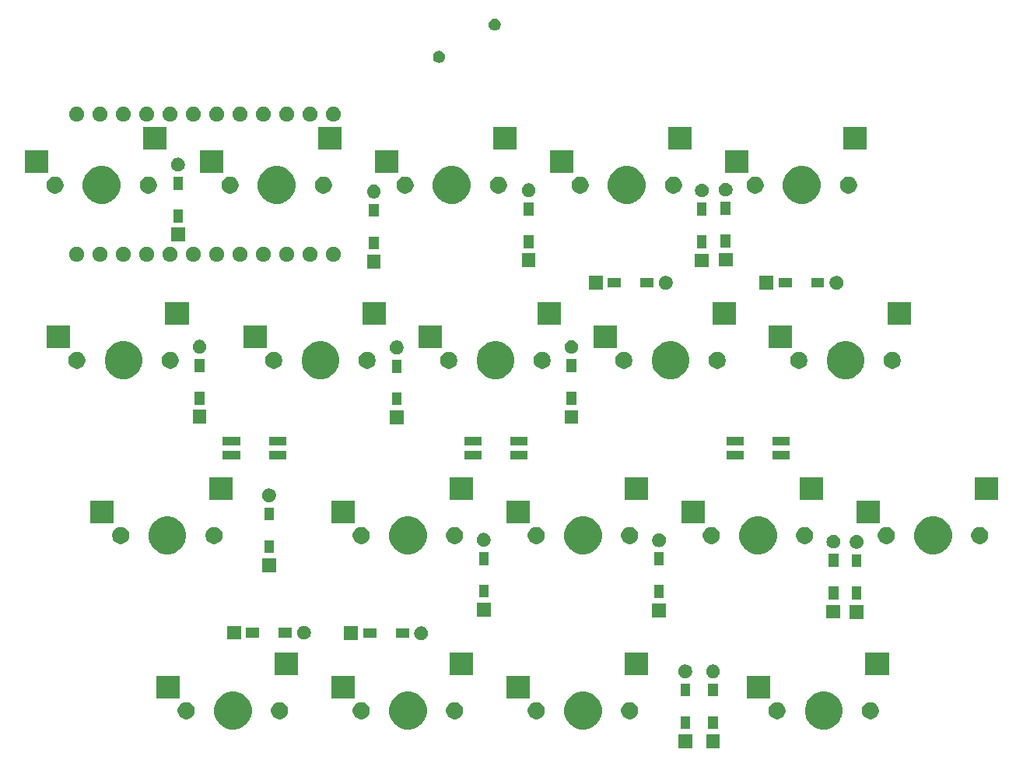
<source format=gbr>
G04 #@! TF.GenerationSoftware,KiCad,Pcbnew,(5.1.6-0-10_14)*
G04 #@! TF.CreationDate,2022-03-05T18:22:03+09:00*
G04 #@! TF.ProjectId,cool936,636f6f6c-3933-4362-9e6b-696361645f70,rev?*
G04 #@! TF.SameCoordinates,Original*
G04 #@! TF.FileFunction,Soldermask,Bot*
G04 #@! TF.FilePolarity,Negative*
%FSLAX46Y46*%
G04 Gerber Fmt 4.6, Leading zero omitted, Abs format (unit mm)*
G04 Created by KiCad (PCBNEW (5.1.6-0-10_14)) date 2022-03-05 18:22:03*
%MOMM*%
%LPD*%
G01*
G04 APERTURE LIST*
%ADD10C,0.100000*%
G04 APERTURE END LIST*
D10*
G36*
X95849500Y-61239500D02*
G01*
X94350500Y-61239500D01*
X94350500Y-59740500D01*
X95849500Y-59740500D01*
X95849500Y-61239500D01*
G37*
G36*
X92839500Y-61239500D02*
G01*
X91340500Y-61239500D01*
X91340500Y-59740500D01*
X92839500Y-59740500D01*
X92839500Y-61239500D01*
G37*
G36*
X62508974Y-55183684D02*
G01*
X62726974Y-55273983D01*
X62881123Y-55337833D01*
X63216048Y-55561623D01*
X63500877Y-55846452D01*
X63724667Y-56181377D01*
X63757062Y-56259586D01*
X63878816Y-56553526D01*
X63957400Y-56948594D01*
X63957400Y-57351406D01*
X63878816Y-57746474D01*
X63827951Y-57869272D01*
X63724667Y-58118623D01*
X63500877Y-58453548D01*
X63216048Y-58738377D01*
X62881123Y-58962167D01*
X62726974Y-59026017D01*
X62508974Y-59116316D01*
X62113906Y-59194900D01*
X61711094Y-59194900D01*
X61316026Y-59116316D01*
X61098026Y-59026017D01*
X60943877Y-58962167D01*
X60608952Y-58738377D01*
X60324123Y-58453548D01*
X60100333Y-58118623D01*
X59997049Y-57869272D01*
X59946184Y-57746474D01*
X59867600Y-57351406D01*
X59867600Y-56948594D01*
X59946184Y-56553526D01*
X60067938Y-56259586D01*
X60100333Y-56181377D01*
X60324123Y-55846452D01*
X60608952Y-55561623D01*
X60943877Y-55337833D01*
X61098026Y-55273983D01*
X61316026Y-55183684D01*
X61711094Y-55105100D01*
X62113906Y-55105100D01*
X62508974Y-55183684D01*
G37*
G36*
X43458974Y-55183684D02*
G01*
X43676974Y-55273983D01*
X43831123Y-55337833D01*
X44166048Y-55561623D01*
X44450877Y-55846452D01*
X44674667Y-56181377D01*
X44707062Y-56259586D01*
X44828816Y-56553526D01*
X44907400Y-56948594D01*
X44907400Y-57351406D01*
X44828816Y-57746474D01*
X44777951Y-57869272D01*
X44674667Y-58118623D01*
X44450877Y-58453548D01*
X44166048Y-58738377D01*
X43831123Y-58962167D01*
X43676974Y-59026017D01*
X43458974Y-59116316D01*
X43063906Y-59194900D01*
X42661094Y-59194900D01*
X42266026Y-59116316D01*
X42048026Y-59026017D01*
X41893877Y-58962167D01*
X41558952Y-58738377D01*
X41274123Y-58453548D01*
X41050333Y-58118623D01*
X40947049Y-57869272D01*
X40896184Y-57746474D01*
X40817600Y-57351406D01*
X40817600Y-56948594D01*
X40896184Y-56553526D01*
X41017938Y-56259586D01*
X41050333Y-56181377D01*
X41274123Y-55846452D01*
X41558952Y-55561623D01*
X41893877Y-55337833D01*
X42048026Y-55273983D01*
X42266026Y-55183684D01*
X42661094Y-55105100D01*
X43063906Y-55105100D01*
X43458974Y-55183684D01*
G37*
G36*
X107752974Y-55183684D02*
G01*
X107970974Y-55273983D01*
X108125123Y-55337833D01*
X108460048Y-55561623D01*
X108744877Y-55846452D01*
X108968667Y-56181377D01*
X109001062Y-56259586D01*
X109122816Y-56553526D01*
X109201400Y-56948594D01*
X109201400Y-57351406D01*
X109122816Y-57746474D01*
X109071951Y-57869272D01*
X108968667Y-58118623D01*
X108744877Y-58453548D01*
X108460048Y-58738377D01*
X108125123Y-58962167D01*
X107970974Y-59026017D01*
X107752974Y-59116316D01*
X107357906Y-59194900D01*
X106955094Y-59194900D01*
X106560026Y-59116316D01*
X106342026Y-59026017D01*
X106187877Y-58962167D01*
X105852952Y-58738377D01*
X105568123Y-58453548D01*
X105344333Y-58118623D01*
X105241049Y-57869272D01*
X105190184Y-57746474D01*
X105111600Y-57351406D01*
X105111600Y-56948594D01*
X105190184Y-56553526D01*
X105311938Y-56259586D01*
X105344333Y-56181377D01*
X105568123Y-55846452D01*
X105852952Y-55561623D01*
X106187877Y-55337833D01*
X106342026Y-55273983D01*
X106560026Y-55183684D01*
X106955094Y-55105100D01*
X107357906Y-55105100D01*
X107752974Y-55183684D01*
G37*
G36*
X81558974Y-55183684D02*
G01*
X81776974Y-55273983D01*
X81931123Y-55337833D01*
X82266048Y-55561623D01*
X82550877Y-55846452D01*
X82774667Y-56181377D01*
X82807062Y-56259586D01*
X82928816Y-56553526D01*
X83007400Y-56948594D01*
X83007400Y-57351406D01*
X82928816Y-57746474D01*
X82877951Y-57869272D01*
X82774667Y-58118623D01*
X82550877Y-58453548D01*
X82266048Y-58738377D01*
X81931123Y-58962167D01*
X81776974Y-59026017D01*
X81558974Y-59116316D01*
X81163906Y-59194900D01*
X80761094Y-59194900D01*
X80366026Y-59116316D01*
X80148026Y-59026017D01*
X79993877Y-58962167D01*
X79658952Y-58738377D01*
X79374123Y-58453548D01*
X79150333Y-58118623D01*
X79047049Y-57869272D01*
X78996184Y-57746474D01*
X78917600Y-57351406D01*
X78917600Y-56948594D01*
X78996184Y-56553526D01*
X79117938Y-56259586D01*
X79150333Y-56181377D01*
X79374123Y-55846452D01*
X79658952Y-55561623D01*
X79993877Y-55337833D01*
X80148026Y-55273983D01*
X80366026Y-55183684D01*
X80761094Y-55105100D01*
X81163906Y-55105100D01*
X81558974Y-55183684D01*
G37*
G36*
X95626000Y-59156000D02*
G01*
X94574000Y-59156000D01*
X94574000Y-57754000D01*
X95626000Y-57754000D01*
X95626000Y-59156000D01*
G37*
G36*
X92616000Y-59156000D02*
G01*
X91564000Y-59156000D01*
X91564000Y-57754000D01*
X92616000Y-57754000D01*
X92616000Y-59156000D01*
G37*
G36*
X57102604Y-56259585D02*
G01*
X57271126Y-56329389D01*
X57422791Y-56430728D01*
X57551772Y-56559709D01*
X57653111Y-56711374D01*
X57722915Y-56879896D01*
X57758500Y-57058797D01*
X57758500Y-57241203D01*
X57722915Y-57420104D01*
X57653111Y-57588626D01*
X57551772Y-57740291D01*
X57422791Y-57869272D01*
X57271126Y-57970611D01*
X57102604Y-58040415D01*
X56923703Y-58076000D01*
X56741297Y-58076000D01*
X56562396Y-58040415D01*
X56393874Y-57970611D01*
X56242209Y-57869272D01*
X56113228Y-57740291D01*
X56011889Y-57588626D01*
X55942085Y-57420104D01*
X55906500Y-57241203D01*
X55906500Y-57058797D01*
X55942085Y-56879896D01*
X56011889Y-56711374D01*
X56113228Y-56559709D01*
X56242209Y-56430728D01*
X56393874Y-56329389D01*
X56562396Y-56259585D01*
X56741297Y-56224000D01*
X56923703Y-56224000D01*
X57102604Y-56259585D01*
G37*
G36*
X48212604Y-56259585D02*
G01*
X48381126Y-56329389D01*
X48532791Y-56430728D01*
X48661772Y-56559709D01*
X48763111Y-56711374D01*
X48832915Y-56879896D01*
X48868500Y-57058797D01*
X48868500Y-57241203D01*
X48832915Y-57420104D01*
X48763111Y-57588626D01*
X48661772Y-57740291D01*
X48532791Y-57869272D01*
X48381126Y-57970611D01*
X48212604Y-58040415D01*
X48033703Y-58076000D01*
X47851297Y-58076000D01*
X47672396Y-58040415D01*
X47503874Y-57970611D01*
X47352209Y-57869272D01*
X47223228Y-57740291D01*
X47121889Y-57588626D01*
X47052085Y-57420104D01*
X47016500Y-57241203D01*
X47016500Y-57058797D01*
X47052085Y-56879896D01*
X47121889Y-56711374D01*
X47223228Y-56559709D01*
X47352209Y-56430728D01*
X47503874Y-56329389D01*
X47672396Y-56259585D01*
X47851297Y-56224000D01*
X48033703Y-56224000D01*
X48212604Y-56259585D01*
G37*
G36*
X38052604Y-56259585D02*
G01*
X38221126Y-56329389D01*
X38372791Y-56430728D01*
X38501772Y-56559709D01*
X38603111Y-56711374D01*
X38672915Y-56879896D01*
X38708500Y-57058797D01*
X38708500Y-57241203D01*
X38672915Y-57420104D01*
X38603111Y-57588626D01*
X38501772Y-57740291D01*
X38372791Y-57869272D01*
X38221126Y-57970611D01*
X38052604Y-58040415D01*
X37873703Y-58076000D01*
X37691297Y-58076000D01*
X37512396Y-58040415D01*
X37343874Y-57970611D01*
X37192209Y-57869272D01*
X37063228Y-57740291D01*
X36961889Y-57588626D01*
X36892085Y-57420104D01*
X36856500Y-57241203D01*
X36856500Y-57058797D01*
X36892085Y-56879896D01*
X36961889Y-56711374D01*
X37063228Y-56559709D01*
X37192209Y-56430728D01*
X37343874Y-56329389D01*
X37512396Y-56259585D01*
X37691297Y-56224000D01*
X37873703Y-56224000D01*
X38052604Y-56259585D01*
G37*
G36*
X76152604Y-56259585D02*
G01*
X76321126Y-56329389D01*
X76472791Y-56430728D01*
X76601772Y-56559709D01*
X76703111Y-56711374D01*
X76772915Y-56879896D01*
X76808500Y-57058797D01*
X76808500Y-57241203D01*
X76772915Y-57420104D01*
X76703111Y-57588626D01*
X76601772Y-57740291D01*
X76472791Y-57869272D01*
X76321126Y-57970611D01*
X76152604Y-58040415D01*
X75973703Y-58076000D01*
X75791297Y-58076000D01*
X75612396Y-58040415D01*
X75443874Y-57970611D01*
X75292209Y-57869272D01*
X75163228Y-57740291D01*
X75061889Y-57588626D01*
X74992085Y-57420104D01*
X74956500Y-57241203D01*
X74956500Y-57058797D01*
X74992085Y-56879896D01*
X75061889Y-56711374D01*
X75163228Y-56559709D01*
X75292209Y-56430728D01*
X75443874Y-56329389D01*
X75612396Y-56259585D01*
X75791297Y-56224000D01*
X75973703Y-56224000D01*
X76152604Y-56259585D01*
G37*
G36*
X67262604Y-56259585D02*
G01*
X67431126Y-56329389D01*
X67582791Y-56430728D01*
X67711772Y-56559709D01*
X67813111Y-56711374D01*
X67882915Y-56879896D01*
X67918500Y-57058797D01*
X67918500Y-57241203D01*
X67882915Y-57420104D01*
X67813111Y-57588626D01*
X67711772Y-57740291D01*
X67582791Y-57869272D01*
X67431126Y-57970611D01*
X67262604Y-58040415D01*
X67083703Y-58076000D01*
X66901297Y-58076000D01*
X66722396Y-58040415D01*
X66553874Y-57970611D01*
X66402209Y-57869272D01*
X66273228Y-57740291D01*
X66171889Y-57588626D01*
X66102085Y-57420104D01*
X66066500Y-57241203D01*
X66066500Y-57058797D01*
X66102085Y-56879896D01*
X66171889Y-56711374D01*
X66273228Y-56559709D01*
X66402209Y-56430728D01*
X66553874Y-56329389D01*
X66722396Y-56259585D01*
X66901297Y-56224000D01*
X67083703Y-56224000D01*
X67262604Y-56259585D01*
G37*
G36*
X86312604Y-56259585D02*
G01*
X86481126Y-56329389D01*
X86632791Y-56430728D01*
X86761772Y-56559709D01*
X86863111Y-56711374D01*
X86932915Y-56879896D01*
X86968500Y-57058797D01*
X86968500Y-57241203D01*
X86932915Y-57420104D01*
X86863111Y-57588626D01*
X86761772Y-57740291D01*
X86632791Y-57869272D01*
X86481126Y-57970611D01*
X86312604Y-58040415D01*
X86133703Y-58076000D01*
X85951297Y-58076000D01*
X85772396Y-58040415D01*
X85603874Y-57970611D01*
X85452209Y-57869272D01*
X85323228Y-57740291D01*
X85221889Y-57588626D01*
X85152085Y-57420104D01*
X85116500Y-57241203D01*
X85116500Y-57058797D01*
X85152085Y-56879896D01*
X85221889Y-56711374D01*
X85323228Y-56559709D01*
X85452209Y-56430728D01*
X85603874Y-56329389D01*
X85772396Y-56259585D01*
X85951297Y-56224000D01*
X86133703Y-56224000D01*
X86312604Y-56259585D01*
G37*
G36*
X102346604Y-56259585D02*
G01*
X102515126Y-56329389D01*
X102666791Y-56430728D01*
X102795772Y-56559709D01*
X102897111Y-56711374D01*
X102966915Y-56879896D01*
X103002500Y-57058797D01*
X103002500Y-57241203D01*
X102966915Y-57420104D01*
X102897111Y-57588626D01*
X102795772Y-57740291D01*
X102666791Y-57869272D01*
X102515126Y-57970611D01*
X102346604Y-58040415D01*
X102167703Y-58076000D01*
X101985297Y-58076000D01*
X101806396Y-58040415D01*
X101637874Y-57970611D01*
X101486209Y-57869272D01*
X101357228Y-57740291D01*
X101255889Y-57588626D01*
X101186085Y-57420104D01*
X101150500Y-57241203D01*
X101150500Y-57058797D01*
X101186085Y-56879896D01*
X101255889Y-56711374D01*
X101357228Y-56559709D01*
X101486209Y-56430728D01*
X101637874Y-56329389D01*
X101806396Y-56259585D01*
X101985297Y-56224000D01*
X102167703Y-56224000D01*
X102346604Y-56259585D01*
G37*
G36*
X112506604Y-56259585D02*
G01*
X112675126Y-56329389D01*
X112826791Y-56430728D01*
X112955772Y-56559709D01*
X113057111Y-56711374D01*
X113126915Y-56879896D01*
X113162500Y-57058797D01*
X113162500Y-57241203D01*
X113126915Y-57420104D01*
X113057111Y-57588626D01*
X112955772Y-57740291D01*
X112826791Y-57869272D01*
X112675126Y-57970611D01*
X112506604Y-58040415D01*
X112327703Y-58076000D01*
X112145297Y-58076000D01*
X111966396Y-58040415D01*
X111797874Y-57970611D01*
X111646209Y-57869272D01*
X111517228Y-57740291D01*
X111415889Y-57588626D01*
X111346085Y-57420104D01*
X111310500Y-57241203D01*
X111310500Y-57058797D01*
X111346085Y-56879896D01*
X111415889Y-56711374D01*
X111517228Y-56559709D01*
X111646209Y-56430728D01*
X111797874Y-56329389D01*
X111966396Y-56259585D01*
X112145297Y-56224000D01*
X112327703Y-56224000D01*
X112506604Y-56259585D01*
G37*
G36*
X101346500Y-55860000D02*
G01*
X98796500Y-55860000D01*
X98796500Y-53360000D01*
X101346500Y-53360000D01*
X101346500Y-55860000D01*
G37*
G36*
X75152500Y-55860000D02*
G01*
X72602500Y-55860000D01*
X72602500Y-53360000D01*
X75152500Y-53360000D01*
X75152500Y-55860000D01*
G37*
G36*
X56102500Y-55860000D02*
G01*
X53552500Y-55860000D01*
X53552500Y-53360000D01*
X56102500Y-53360000D01*
X56102500Y-55860000D01*
G37*
G36*
X37052500Y-55860000D02*
G01*
X34502500Y-55860000D01*
X34502500Y-53360000D01*
X37052500Y-53360000D01*
X37052500Y-55860000D01*
G37*
G36*
X95626000Y-55606000D02*
G01*
X94574000Y-55606000D01*
X94574000Y-54204000D01*
X95626000Y-54204000D01*
X95626000Y-55606000D01*
G37*
G36*
X92616000Y-55606000D02*
G01*
X91564000Y-55606000D01*
X91564000Y-54204000D01*
X92616000Y-54204000D01*
X92616000Y-55606000D01*
G37*
G36*
X92184425Y-52124599D02*
G01*
X92308621Y-52149302D01*
X92445022Y-52205801D01*
X92567779Y-52287825D01*
X92672175Y-52392221D01*
X92754199Y-52514978D01*
X92810698Y-52651379D01*
X92839500Y-52796181D01*
X92839500Y-52943819D01*
X92810698Y-53088621D01*
X92754199Y-53225022D01*
X92672175Y-53347779D01*
X92567779Y-53452175D01*
X92445022Y-53534199D01*
X92308621Y-53590698D01*
X92184425Y-53615401D01*
X92163820Y-53619500D01*
X92016180Y-53619500D01*
X91995575Y-53615401D01*
X91871379Y-53590698D01*
X91734978Y-53534199D01*
X91612221Y-53452175D01*
X91507825Y-53347779D01*
X91425801Y-53225022D01*
X91369302Y-53088621D01*
X91340500Y-52943819D01*
X91340500Y-52796181D01*
X91369302Y-52651379D01*
X91425801Y-52514978D01*
X91507825Y-52392221D01*
X91612221Y-52287825D01*
X91734978Y-52205801D01*
X91871379Y-52149302D01*
X91995575Y-52124599D01*
X92016180Y-52120500D01*
X92163820Y-52120500D01*
X92184425Y-52124599D01*
G37*
G36*
X95194425Y-52124599D02*
G01*
X95318621Y-52149302D01*
X95455022Y-52205801D01*
X95577779Y-52287825D01*
X95682175Y-52392221D01*
X95764199Y-52514978D01*
X95820698Y-52651379D01*
X95849500Y-52796181D01*
X95849500Y-52943819D01*
X95820698Y-53088621D01*
X95764199Y-53225022D01*
X95682175Y-53347779D01*
X95577779Y-53452175D01*
X95455022Y-53534199D01*
X95318621Y-53590698D01*
X95194425Y-53615401D01*
X95173820Y-53619500D01*
X95026180Y-53619500D01*
X95005575Y-53615401D01*
X94881379Y-53590698D01*
X94744978Y-53534199D01*
X94622221Y-53452175D01*
X94517825Y-53347779D01*
X94435801Y-53225022D01*
X94379302Y-53088621D01*
X94350500Y-52943819D01*
X94350500Y-52796181D01*
X94379302Y-52651379D01*
X94435801Y-52514978D01*
X94517825Y-52392221D01*
X94622221Y-52287825D01*
X94744978Y-52205801D01*
X94881379Y-52149302D01*
X95005575Y-52124599D01*
X95026180Y-52120500D01*
X95173820Y-52120500D01*
X95194425Y-52124599D01*
G37*
G36*
X49952500Y-53320000D02*
G01*
X47402500Y-53320000D01*
X47402500Y-50820000D01*
X49952500Y-50820000D01*
X49952500Y-53320000D01*
G37*
G36*
X114246500Y-53320000D02*
G01*
X111696500Y-53320000D01*
X111696500Y-50820000D01*
X114246500Y-50820000D01*
X114246500Y-53320000D01*
G37*
G36*
X88052500Y-53320000D02*
G01*
X85502500Y-53320000D01*
X85502500Y-50820000D01*
X88052500Y-50820000D01*
X88052500Y-53320000D01*
G37*
G36*
X69002500Y-53320000D02*
G01*
X66452500Y-53320000D01*
X66452500Y-50820000D01*
X69002500Y-50820000D01*
X69002500Y-53320000D01*
G37*
G36*
X63434425Y-47984599D02*
G01*
X63558621Y-48009302D01*
X63695022Y-48065801D01*
X63817779Y-48147825D01*
X63922175Y-48252221D01*
X64004199Y-48374978D01*
X64060698Y-48511379D01*
X64089500Y-48656181D01*
X64089500Y-48803819D01*
X64060698Y-48948621D01*
X64004199Y-49085022D01*
X63922175Y-49207779D01*
X63817779Y-49312175D01*
X63695022Y-49394199D01*
X63558621Y-49450698D01*
X63434425Y-49475401D01*
X63413820Y-49479500D01*
X63266180Y-49479500D01*
X63245575Y-49475401D01*
X63121379Y-49450698D01*
X62984978Y-49394199D01*
X62862221Y-49312175D01*
X62757825Y-49207779D01*
X62675801Y-49085022D01*
X62619302Y-48948621D01*
X62590500Y-48803819D01*
X62590500Y-48656181D01*
X62619302Y-48511379D01*
X62675801Y-48374978D01*
X62757825Y-48252221D01*
X62862221Y-48147825D01*
X62984978Y-48065801D01*
X63121379Y-48009302D01*
X63245575Y-47984599D01*
X63266180Y-47980500D01*
X63413820Y-47980500D01*
X63434425Y-47984599D01*
G37*
G36*
X56469500Y-49479500D02*
G01*
X54970500Y-49479500D01*
X54970500Y-47980500D01*
X56469500Y-47980500D01*
X56469500Y-49479500D01*
G37*
G36*
X50684425Y-47914599D02*
G01*
X50808621Y-47939302D01*
X50945022Y-47995801D01*
X51067779Y-48077825D01*
X51172175Y-48182221D01*
X51254199Y-48304978D01*
X51310698Y-48441379D01*
X51339500Y-48586181D01*
X51339500Y-48733819D01*
X51310698Y-48878621D01*
X51254199Y-49015022D01*
X51172175Y-49137779D01*
X51067779Y-49242175D01*
X50945022Y-49324199D01*
X50808621Y-49380698D01*
X50684425Y-49405401D01*
X50663820Y-49409500D01*
X50516180Y-49409500D01*
X50495575Y-49405401D01*
X50371379Y-49380698D01*
X50234978Y-49324199D01*
X50112221Y-49242175D01*
X50007825Y-49137779D01*
X49925801Y-49015022D01*
X49869302Y-48878621D01*
X49840500Y-48733819D01*
X49840500Y-48586181D01*
X49869302Y-48441379D01*
X49925801Y-48304978D01*
X50007825Y-48182221D01*
X50112221Y-48077825D01*
X50234978Y-47995801D01*
X50371379Y-47939302D01*
X50495575Y-47914599D01*
X50516180Y-47910500D01*
X50663820Y-47910500D01*
X50684425Y-47914599D01*
G37*
G36*
X43719500Y-49409500D02*
G01*
X42220500Y-49409500D01*
X42220500Y-47910500D01*
X43719500Y-47910500D01*
X43719500Y-49409500D01*
G37*
G36*
X62006000Y-49256000D02*
G01*
X60604000Y-49256000D01*
X60604000Y-48204000D01*
X62006000Y-48204000D01*
X62006000Y-49256000D01*
G37*
G36*
X58456000Y-49256000D02*
G01*
X57054000Y-49256000D01*
X57054000Y-48204000D01*
X58456000Y-48204000D01*
X58456000Y-49256000D01*
G37*
G36*
X49256000Y-49186000D02*
G01*
X47854000Y-49186000D01*
X47854000Y-48134000D01*
X49256000Y-48134000D01*
X49256000Y-49186000D01*
G37*
G36*
X45706000Y-49186000D02*
G01*
X44304000Y-49186000D01*
X44304000Y-48134000D01*
X45706000Y-48134000D01*
X45706000Y-49186000D01*
G37*
G36*
X111499500Y-47159500D02*
G01*
X110000500Y-47159500D01*
X110000500Y-45660500D01*
X111499500Y-45660500D01*
X111499500Y-47159500D01*
G37*
G36*
X108969500Y-47129500D02*
G01*
X107470500Y-47129500D01*
X107470500Y-45630500D01*
X108969500Y-45630500D01*
X108969500Y-47129500D01*
G37*
G36*
X89979500Y-46979500D02*
G01*
X88480500Y-46979500D01*
X88480500Y-45480500D01*
X89979500Y-45480500D01*
X89979500Y-46979500D01*
G37*
G36*
X70909500Y-46939500D02*
G01*
X69410500Y-46939500D01*
X69410500Y-45440500D01*
X70909500Y-45440500D01*
X70909500Y-46939500D01*
G37*
G36*
X111276000Y-45076000D02*
G01*
X110224000Y-45076000D01*
X110224000Y-43674000D01*
X111276000Y-43674000D01*
X111276000Y-45076000D01*
G37*
G36*
X108746000Y-45046000D02*
G01*
X107694000Y-45046000D01*
X107694000Y-43644000D01*
X108746000Y-43644000D01*
X108746000Y-45046000D01*
G37*
G36*
X89756000Y-44896000D02*
G01*
X88704000Y-44896000D01*
X88704000Y-43494000D01*
X89756000Y-43494000D01*
X89756000Y-44896000D01*
G37*
G36*
X70686000Y-44856000D02*
G01*
X69634000Y-44856000D01*
X69634000Y-43454000D01*
X70686000Y-43454000D01*
X70686000Y-44856000D01*
G37*
G36*
X47539500Y-42099500D02*
G01*
X46040500Y-42099500D01*
X46040500Y-40600500D01*
X47539500Y-40600500D01*
X47539500Y-42099500D01*
G37*
G36*
X111276000Y-41526000D02*
G01*
X110224000Y-41526000D01*
X110224000Y-40124000D01*
X111276000Y-40124000D01*
X111276000Y-41526000D01*
G37*
G36*
X108746000Y-41496000D02*
G01*
X107694000Y-41496000D01*
X107694000Y-40094000D01*
X108746000Y-40094000D01*
X108746000Y-41496000D01*
G37*
G36*
X89756000Y-41346000D02*
G01*
X88704000Y-41346000D01*
X88704000Y-39944000D01*
X89756000Y-39944000D01*
X89756000Y-41346000D01*
G37*
G36*
X70686000Y-41306000D02*
G01*
X69634000Y-41306000D01*
X69634000Y-39904000D01*
X70686000Y-39904000D01*
X70686000Y-41306000D01*
G37*
G36*
X36315474Y-36133684D02*
G01*
X36533474Y-36223983D01*
X36687623Y-36287833D01*
X37022548Y-36511623D01*
X37307377Y-36796452D01*
X37531167Y-37131377D01*
X37563562Y-37209586D01*
X37685316Y-37503526D01*
X37763900Y-37898594D01*
X37763900Y-38301406D01*
X37685316Y-38696474D01*
X37634451Y-38819272D01*
X37531167Y-39068623D01*
X37307377Y-39403548D01*
X37022548Y-39688377D01*
X36687623Y-39912167D01*
X36533474Y-39976017D01*
X36315474Y-40066316D01*
X35920406Y-40144900D01*
X35517594Y-40144900D01*
X35122526Y-40066316D01*
X34904526Y-39976017D01*
X34750377Y-39912167D01*
X34415452Y-39688377D01*
X34130623Y-39403548D01*
X33906833Y-39068623D01*
X33803549Y-38819272D01*
X33752684Y-38696474D01*
X33674100Y-38301406D01*
X33674100Y-37898594D01*
X33752684Y-37503526D01*
X33874438Y-37209586D01*
X33906833Y-37131377D01*
X34130623Y-36796452D01*
X34415452Y-36511623D01*
X34750377Y-36287833D01*
X34904526Y-36223983D01*
X35122526Y-36133684D01*
X35517594Y-36055100D01*
X35920406Y-36055100D01*
X36315474Y-36133684D01*
G37*
G36*
X119658974Y-36133684D02*
G01*
X119876974Y-36223983D01*
X120031123Y-36287833D01*
X120366048Y-36511623D01*
X120650877Y-36796452D01*
X120874667Y-37131377D01*
X120907062Y-37209586D01*
X121028816Y-37503526D01*
X121107400Y-37898594D01*
X121107400Y-38301406D01*
X121028816Y-38696474D01*
X120977951Y-38819272D01*
X120874667Y-39068623D01*
X120650877Y-39403548D01*
X120366048Y-39688377D01*
X120031123Y-39912167D01*
X119876974Y-39976017D01*
X119658974Y-40066316D01*
X119263906Y-40144900D01*
X118861094Y-40144900D01*
X118466026Y-40066316D01*
X118248026Y-39976017D01*
X118093877Y-39912167D01*
X117758952Y-39688377D01*
X117474123Y-39403548D01*
X117250333Y-39068623D01*
X117147049Y-38819272D01*
X117096184Y-38696474D01*
X117017600Y-38301406D01*
X117017600Y-37898594D01*
X117096184Y-37503526D01*
X117217938Y-37209586D01*
X117250333Y-37131377D01*
X117474123Y-36796452D01*
X117758952Y-36511623D01*
X118093877Y-36287833D01*
X118248026Y-36223983D01*
X118466026Y-36133684D01*
X118861094Y-36055100D01*
X119263906Y-36055100D01*
X119658974Y-36133684D01*
G37*
G36*
X100608974Y-36133684D02*
G01*
X100826974Y-36223983D01*
X100981123Y-36287833D01*
X101316048Y-36511623D01*
X101600877Y-36796452D01*
X101824667Y-37131377D01*
X101857062Y-37209586D01*
X101978816Y-37503526D01*
X102057400Y-37898594D01*
X102057400Y-38301406D01*
X101978816Y-38696474D01*
X101927951Y-38819272D01*
X101824667Y-39068623D01*
X101600877Y-39403548D01*
X101316048Y-39688377D01*
X100981123Y-39912167D01*
X100826974Y-39976017D01*
X100608974Y-40066316D01*
X100213906Y-40144900D01*
X99811094Y-40144900D01*
X99416026Y-40066316D01*
X99198026Y-39976017D01*
X99043877Y-39912167D01*
X98708952Y-39688377D01*
X98424123Y-39403548D01*
X98200333Y-39068623D01*
X98097049Y-38819272D01*
X98046184Y-38696474D01*
X97967600Y-38301406D01*
X97967600Y-37898594D01*
X98046184Y-37503526D01*
X98167938Y-37209586D01*
X98200333Y-37131377D01*
X98424123Y-36796452D01*
X98708952Y-36511623D01*
X99043877Y-36287833D01*
X99198026Y-36223983D01*
X99416026Y-36133684D01*
X99811094Y-36055100D01*
X100213906Y-36055100D01*
X100608974Y-36133684D01*
G37*
G36*
X81558974Y-36133684D02*
G01*
X81776974Y-36223983D01*
X81931123Y-36287833D01*
X82266048Y-36511623D01*
X82550877Y-36796452D01*
X82774667Y-37131377D01*
X82807062Y-37209586D01*
X82928816Y-37503526D01*
X83007400Y-37898594D01*
X83007400Y-38301406D01*
X82928816Y-38696474D01*
X82877951Y-38819272D01*
X82774667Y-39068623D01*
X82550877Y-39403548D01*
X82266048Y-39688377D01*
X81931123Y-39912167D01*
X81776974Y-39976017D01*
X81558974Y-40066316D01*
X81163906Y-40144900D01*
X80761094Y-40144900D01*
X80366026Y-40066316D01*
X80148026Y-39976017D01*
X79993877Y-39912167D01*
X79658952Y-39688377D01*
X79374123Y-39403548D01*
X79150333Y-39068623D01*
X79047049Y-38819272D01*
X78996184Y-38696474D01*
X78917600Y-38301406D01*
X78917600Y-37898594D01*
X78996184Y-37503526D01*
X79117938Y-37209586D01*
X79150333Y-37131377D01*
X79374123Y-36796452D01*
X79658952Y-36511623D01*
X79993877Y-36287833D01*
X80148026Y-36223983D01*
X80366026Y-36133684D01*
X80761094Y-36055100D01*
X81163906Y-36055100D01*
X81558974Y-36133684D01*
G37*
G36*
X62508974Y-36133684D02*
G01*
X62726974Y-36223983D01*
X62881123Y-36287833D01*
X63216048Y-36511623D01*
X63500877Y-36796452D01*
X63724667Y-37131377D01*
X63757062Y-37209586D01*
X63878816Y-37503526D01*
X63957400Y-37898594D01*
X63957400Y-38301406D01*
X63878816Y-38696474D01*
X63827951Y-38819272D01*
X63724667Y-39068623D01*
X63500877Y-39403548D01*
X63216048Y-39688377D01*
X62881123Y-39912167D01*
X62726974Y-39976017D01*
X62508974Y-40066316D01*
X62113906Y-40144900D01*
X61711094Y-40144900D01*
X61316026Y-40066316D01*
X61098026Y-39976017D01*
X60943877Y-39912167D01*
X60608952Y-39688377D01*
X60324123Y-39403548D01*
X60100333Y-39068623D01*
X59997049Y-38819272D01*
X59946184Y-38696474D01*
X59867600Y-38301406D01*
X59867600Y-37898594D01*
X59946184Y-37503526D01*
X60067938Y-37209586D01*
X60100333Y-37131377D01*
X60324123Y-36796452D01*
X60608952Y-36511623D01*
X60943877Y-36287833D01*
X61098026Y-36223983D01*
X61316026Y-36133684D01*
X61711094Y-36055100D01*
X62113906Y-36055100D01*
X62508974Y-36133684D01*
G37*
G36*
X47316000Y-40016000D02*
G01*
X46264000Y-40016000D01*
X46264000Y-38614000D01*
X47316000Y-38614000D01*
X47316000Y-40016000D01*
G37*
G36*
X110844425Y-38044599D02*
G01*
X110968621Y-38069302D01*
X111105022Y-38125801D01*
X111227779Y-38207825D01*
X111332175Y-38312221D01*
X111414199Y-38434978D01*
X111470698Y-38571379D01*
X111499500Y-38716181D01*
X111499500Y-38863819D01*
X111470698Y-39008621D01*
X111414199Y-39145022D01*
X111332175Y-39267779D01*
X111227779Y-39372175D01*
X111105022Y-39454199D01*
X110968621Y-39510698D01*
X110844425Y-39535401D01*
X110823820Y-39539500D01*
X110676180Y-39539500D01*
X110655575Y-39535401D01*
X110531379Y-39510698D01*
X110394978Y-39454199D01*
X110272221Y-39372175D01*
X110167825Y-39267779D01*
X110085801Y-39145022D01*
X110029302Y-39008621D01*
X110000500Y-38863819D01*
X110000500Y-38716181D01*
X110029302Y-38571379D01*
X110085801Y-38434978D01*
X110167825Y-38312221D01*
X110272221Y-38207825D01*
X110394978Y-38125801D01*
X110531379Y-38069302D01*
X110655575Y-38044599D01*
X110676180Y-38040500D01*
X110823820Y-38040500D01*
X110844425Y-38044599D01*
G37*
G36*
X108314425Y-38014599D02*
G01*
X108438621Y-38039302D01*
X108575022Y-38095801D01*
X108697779Y-38177825D01*
X108802175Y-38282221D01*
X108884199Y-38404978D01*
X108940698Y-38541379D01*
X108961074Y-38643819D01*
X108969031Y-38683820D01*
X108969500Y-38686181D01*
X108969500Y-38833819D01*
X108940698Y-38978621D01*
X108884199Y-39115022D01*
X108802175Y-39237779D01*
X108697779Y-39342175D01*
X108575022Y-39424199D01*
X108438621Y-39480698D01*
X108314425Y-39505401D01*
X108293820Y-39509500D01*
X108146180Y-39509500D01*
X108125575Y-39505401D01*
X108001379Y-39480698D01*
X107864978Y-39424199D01*
X107742221Y-39342175D01*
X107637825Y-39237779D01*
X107555801Y-39115022D01*
X107499302Y-38978621D01*
X107470500Y-38833819D01*
X107470500Y-38686181D01*
X107470970Y-38683820D01*
X107478926Y-38643819D01*
X107499302Y-38541379D01*
X107555801Y-38404978D01*
X107637825Y-38282221D01*
X107742221Y-38177825D01*
X107864978Y-38095801D01*
X108001379Y-38039302D01*
X108125575Y-38014599D01*
X108146180Y-38010500D01*
X108293820Y-38010500D01*
X108314425Y-38014599D01*
G37*
G36*
X89324425Y-37864599D02*
G01*
X89448621Y-37889302D01*
X89585022Y-37945801D01*
X89707779Y-38027825D01*
X89812175Y-38132221D01*
X89894199Y-38254978D01*
X89950698Y-38391379D01*
X89971544Y-38496181D01*
X89979500Y-38536180D01*
X89979500Y-38683820D01*
X89979030Y-38686181D01*
X89950698Y-38828621D01*
X89894199Y-38965022D01*
X89812175Y-39087779D01*
X89707779Y-39192175D01*
X89585022Y-39274199D01*
X89448621Y-39330698D01*
X89324425Y-39355401D01*
X89303820Y-39359500D01*
X89156180Y-39359500D01*
X89135575Y-39355401D01*
X89011379Y-39330698D01*
X88874978Y-39274199D01*
X88752221Y-39192175D01*
X88647825Y-39087779D01*
X88565801Y-38965022D01*
X88509302Y-38828621D01*
X88480970Y-38686181D01*
X88480500Y-38683820D01*
X88480500Y-38536180D01*
X88488456Y-38496181D01*
X88509302Y-38391379D01*
X88565801Y-38254978D01*
X88647825Y-38132221D01*
X88752221Y-38027825D01*
X88874978Y-37945801D01*
X89011379Y-37889302D01*
X89135575Y-37864599D01*
X89156180Y-37860500D01*
X89303820Y-37860500D01*
X89324425Y-37864599D01*
G37*
G36*
X70254425Y-37824599D02*
G01*
X70378621Y-37849302D01*
X70515022Y-37905801D01*
X70637779Y-37987825D01*
X70742175Y-38092221D01*
X70824199Y-38214978D01*
X70880698Y-38351379D01*
X70909500Y-38496181D01*
X70909500Y-38643819D01*
X70880698Y-38788621D01*
X70824199Y-38925022D01*
X70742175Y-39047779D01*
X70637779Y-39152175D01*
X70515022Y-39234199D01*
X70378621Y-39290698D01*
X70254425Y-39315401D01*
X70233820Y-39319500D01*
X70086180Y-39319500D01*
X70065575Y-39315401D01*
X69941379Y-39290698D01*
X69804978Y-39234199D01*
X69682221Y-39152175D01*
X69577825Y-39047779D01*
X69495801Y-38925022D01*
X69439302Y-38788621D01*
X69410500Y-38643819D01*
X69410500Y-38496181D01*
X69439302Y-38351379D01*
X69495801Y-38214978D01*
X69577825Y-38092221D01*
X69682221Y-37987825D01*
X69804978Y-37905801D01*
X69941379Y-37849302D01*
X70065575Y-37824599D01*
X70086180Y-37820500D01*
X70233820Y-37820500D01*
X70254425Y-37824599D01*
G37*
G36*
X114252604Y-37209585D02*
G01*
X114421126Y-37279389D01*
X114572791Y-37380728D01*
X114701772Y-37509709D01*
X114803111Y-37661374D01*
X114872915Y-37829896D01*
X114908500Y-38008797D01*
X114908500Y-38191203D01*
X114872915Y-38370104D01*
X114803111Y-38538626D01*
X114701772Y-38690291D01*
X114572791Y-38819272D01*
X114421126Y-38920611D01*
X114252604Y-38990415D01*
X114073703Y-39026000D01*
X113891297Y-39026000D01*
X113712396Y-38990415D01*
X113543874Y-38920611D01*
X113392209Y-38819272D01*
X113263228Y-38690291D01*
X113161889Y-38538626D01*
X113092085Y-38370104D01*
X113056500Y-38191203D01*
X113056500Y-38008797D01*
X113092085Y-37829896D01*
X113161889Y-37661374D01*
X113263228Y-37509709D01*
X113392209Y-37380728D01*
X113543874Y-37279389D01*
X113712396Y-37209585D01*
X113891297Y-37174000D01*
X114073703Y-37174000D01*
X114252604Y-37209585D01*
G37*
G36*
X95202604Y-37209585D02*
G01*
X95371126Y-37279389D01*
X95522791Y-37380728D01*
X95651772Y-37509709D01*
X95753111Y-37661374D01*
X95822915Y-37829896D01*
X95858500Y-38008797D01*
X95858500Y-38191203D01*
X95822915Y-38370104D01*
X95753111Y-38538626D01*
X95651772Y-38690291D01*
X95522791Y-38819272D01*
X95371126Y-38920611D01*
X95202604Y-38990415D01*
X95023703Y-39026000D01*
X94841297Y-39026000D01*
X94662396Y-38990415D01*
X94493874Y-38920611D01*
X94342209Y-38819272D01*
X94213228Y-38690291D01*
X94111889Y-38538626D01*
X94042085Y-38370104D01*
X94006500Y-38191203D01*
X94006500Y-38008797D01*
X94042085Y-37829896D01*
X94111889Y-37661374D01*
X94213228Y-37509709D01*
X94342209Y-37380728D01*
X94493874Y-37279389D01*
X94662396Y-37209585D01*
X94841297Y-37174000D01*
X95023703Y-37174000D01*
X95202604Y-37209585D01*
G37*
G36*
X30909104Y-37209585D02*
G01*
X31077626Y-37279389D01*
X31229291Y-37380728D01*
X31358272Y-37509709D01*
X31459611Y-37661374D01*
X31529415Y-37829896D01*
X31565000Y-38008797D01*
X31565000Y-38191203D01*
X31529415Y-38370104D01*
X31459611Y-38538626D01*
X31358272Y-38690291D01*
X31229291Y-38819272D01*
X31077626Y-38920611D01*
X30909104Y-38990415D01*
X30730203Y-39026000D01*
X30547797Y-39026000D01*
X30368896Y-38990415D01*
X30200374Y-38920611D01*
X30048709Y-38819272D01*
X29919728Y-38690291D01*
X29818389Y-38538626D01*
X29748585Y-38370104D01*
X29713000Y-38191203D01*
X29713000Y-38008797D01*
X29748585Y-37829896D01*
X29818389Y-37661374D01*
X29919728Y-37509709D01*
X30048709Y-37380728D01*
X30200374Y-37279389D01*
X30368896Y-37209585D01*
X30547797Y-37174000D01*
X30730203Y-37174000D01*
X30909104Y-37209585D01*
G37*
G36*
X41069104Y-37209585D02*
G01*
X41237626Y-37279389D01*
X41389291Y-37380728D01*
X41518272Y-37509709D01*
X41619611Y-37661374D01*
X41689415Y-37829896D01*
X41725000Y-38008797D01*
X41725000Y-38191203D01*
X41689415Y-38370104D01*
X41619611Y-38538626D01*
X41518272Y-38690291D01*
X41389291Y-38819272D01*
X41237626Y-38920611D01*
X41069104Y-38990415D01*
X40890203Y-39026000D01*
X40707797Y-39026000D01*
X40528896Y-38990415D01*
X40360374Y-38920611D01*
X40208709Y-38819272D01*
X40079728Y-38690291D01*
X39978389Y-38538626D01*
X39908585Y-38370104D01*
X39873000Y-38191203D01*
X39873000Y-38008797D01*
X39908585Y-37829896D01*
X39978389Y-37661374D01*
X40079728Y-37509709D01*
X40208709Y-37380728D01*
X40360374Y-37279389D01*
X40528896Y-37209585D01*
X40707797Y-37174000D01*
X40890203Y-37174000D01*
X41069104Y-37209585D01*
G37*
G36*
X76152604Y-37209585D02*
G01*
X76321126Y-37279389D01*
X76472791Y-37380728D01*
X76601772Y-37509709D01*
X76703111Y-37661374D01*
X76772915Y-37829896D01*
X76808500Y-38008797D01*
X76808500Y-38191203D01*
X76772915Y-38370104D01*
X76703111Y-38538626D01*
X76601772Y-38690291D01*
X76472791Y-38819272D01*
X76321126Y-38920611D01*
X76152604Y-38990415D01*
X75973703Y-39026000D01*
X75791297Y-39026000D01*
X75612396Y-38990415D01*
X75443874Y-38920611D01*
X75292209Y-38819272D01*
X75163228Y-38690291D01*
X75061889Y-38538626D01*
X74992085Y-38370104D01*
X74956500Y-38191203D01*
X74956500Y-38008797D01*
X74992085Y-37829896D01*
X75061889Y-37661374D01*
X75163228Y-37509709D01*
X75292209Y-37380728D01*
X75443874Y-37279389D01*
X75612396Y-37209585D01*
X75791297Y-37174000D01*
X75973703Y-37174000D01*
X76152604Y-37209585D01*
G37*
G36*
X86312604Y-37209585D02*
G01*
X86481126Y-37279389D01*
X86632791Y-37380728D01*
X86761772Y-37509709D01*
X86863111Y-37661374D01*
X86932915Y-37829896D01*
X86968500Y-38008797D01*
X86968500Y-38191203D01*
X86932915Y-38370104D01*
X86863111Y-38538626D01*
X86761772Y-38690291D01*
X86632791Y-38819272D01*
X86481126Y-38920611D01*
X86312604Y-38990415D01*
X86133703Y-39026000D01*
X85951297Y-39026000D01*
X85772396Y-38990415D01*
X85603874Y-38920611D01*
X85452209Y-38819272D01*
X85323228Y-38690291D01*
X85221889Y-38538626D01*
X85152085Y-38370104D01*
X85116500Y-38191203D01*
X85116500Y-38008797D01*
X85152085Y-37829896D01*
X85221889Y-37661374D01*
X85323228Y-37509709D01*
X85452209Y-37380728D01*
X85603874Y-37279389D01*
X85772396Y-37209585D01*
X85951297Y-37174000D01*
X86133703Y-37174000D01*
X86312604Y-37209585D01*
G37*
G36*
X124412604Y-37209585D02*
G01*
X124581126Y-37279389D01*
X124732791Y-37380728D01*
X124861772Y-37509709D01*
X124963111Y-37661374D01*
X125032915Y-37829896D01*
X125068500Y-38008797D01*
X125068500Y-38191203D01*
X125032915Y-38370104D01*
X124963111Y-38538626D01*
X124861772Y-38690291D01*
X124732791Y-38819272D01*
X124581126Y-38920611D01*
X124412604Y-38990415D01*
X124233703Y-39026000D01*
X124051297Y-39026000D01*
X123872396Y-38990415D01*
X123703874Y-38920611D01*
X123552209Y-38819272D01*
X123423228Y-38690291D01*
X123321889Y-38538626D01*
X123252085Y-38370104D01*
X123216500Y-38191203D01*
X123216500Y-38008797D01*
X123252085Y-37829896D01*
X123321889Y-37661374D01*
X123423228Y-37509709D01*
X123552209Y-37380728D01*
X123703874Y-37279389D01*
X123872396Y-37209585D01*
X124051297Y-37174000D01*
X124233703Y-37174000D01*
X124412604Y-37209585D01*
G37*
G36*
X105362604Y-37209585D02*
G01*
X105531126Y-37279389D01*
X105682791Y-37380728D01*
X105811772Y-37509709D01*
X105913111Y-37661374D01*
X105982915Y-37829896D01*
X106018500Y-38008797D01*
X106018500Y-38191203D01*
X105982915Y-38370104D01*
X105913111Y-38538626D01*
X105811772Y-38690291D01*
X105682791Y-38819272D01*
X105531126Y-38920611D01*
X105362604Y-38990415D01*
X105183703Y-39026000D01*
X105001297Y-39026000D01*
X104822396Y-38990415D01*
X104653874Y-38920611D01*
X104502209Y-38819272D01*
X104373228Y-38690291D01*
X104271889Y-38538626D01*
X104202085Y-38370104D01*
X104166500Y-38191203D01*
X104166500Y-38008797D01*
X104202085Y-37829896D01*
X104271889Y-37661374D01*
X104373228Y-37509709D01*
X104502209Y-37380728D01*
X104653874Y-37279389D01*
X104822396Y-37209585D01*
X105001297Y-37174000D01*
X105183703Y-37174000D01*
X105362604Y-37209585D01*
G37*
G36*
X67262604Y-37209585D02*
G01*
X67431126Y-37279389D01*
X67582791Y-37380728D01*
X67711772Y-37509709D01*
X67813111Y-37661374D01*
X67882915Y-37829896D01*
X67918500Y-38008797D01*
X67918500Y-38191203D01*
X67882915Y-38370104D01*
X67813111Y-38538626D01*
X67711772Y-38690291D01*
X67582791Y-38819272D01*
X67431126Y-38920611D01*
X67262604Y-38990415D01*
X67083703Y-39026000D01*
X66901297Y-39026000D01*
X66722396Y-38990415D01*
X66553874Y-38920611D01*
X66402209Y-38819272D01*
X66273228Y-38690291D01*
X66171889Y-38538626D01*
X66102085Y-38370104D01*
X66066500Y-38191203D01*
X66066500Y-38008797D01*
X66102085Y-37829896D01*
X66171889Y-37661374D01*
X66273228Y-37509709D01*
X66402209Y-37380728D01*
X66553874Y-37279389D01*
X66722396Y-37209585D01*
X66901297Y-37174000D01*
X67083703Y-37174000D01*
X67262604Y-37209585D01*
G37*
G36*
X57102604Y-37209585D02*
G01*
X57271126Y-37279389D01*
X57422791Y-37380728D01*
X57551772Y-37509709D01*
X57653111Y-37661374D01*
X57722915Y-37829896D01*
X57758500Y-38008797D01*
X57758500Y-38191203D01*
X57722915Y-38370104D01*
X57653111Y-38538626D01*
X57551772Y-38690291D01*
X57422791Y-38819272D01*
X57271126Y-38920611D01*
X57102604Y-38990415D01*
X56923703Y-39026000D01*
X56741297Y-39026000D01*
X56562396Y-38990415D01*
X56393874Y-38920611D01*
X56242209Y-38819272D01*
X56113228Y-38690291D01*
X56011889Y-38538626D01*
X55942085Y-38370104D01*
X55906500Y-38191203D01*
X55906500Y-38008797D01*
X55942085Y-37829896D01*
X56011889Y-37661374D01*
X56113228Y-37509709D01*
X56242209Y-37380728D01*
X56393874Y-37279389D01*
X56562396Y-37209585D01*
X56741297Y-37174000D01*
X56923703Y-37174000D01*
X57102604Y-37209585D01*
G37*
G36*
X113252500Y-36810000D02*
G01*
X110702500Y-36810000D01*
X110702500Y-34310000D01*
X113252500Y-34310000D01*
X113252500Y-36810000D01*
G37*
G36*
X94202500Y-36810000D02*
G01*
X91652500Y-36810000D01*
X91652500Y-34310000D01*
X94202500Y-34310000D01*
X94202500Y-36810000D01*
G37*
G36*
X75152500Y-36810000D02*
G01*
X72602500Y-36810000D01*
X72602500Y-34310000D01*
X75152500Y-34310000D01*
X75152500Y-36810000D01*
G37*
G36*
X29909000Y-36810000D02*
G01*
X27359000Y-36810000D01*
X27359000Y-34310000D01*
X29909000Y-34310000D01*
X29909000Y-36810000D01*
G37*
G36*
X56102500Y-36810000D02*
G01*
X53552500Y-36810000D01*
X53552500Y-34310000D01*
X56102500Y-34310000D01*
X56102500Y-36810000D01*
G37*
G36*
X47316000Y-36466000D02*
G01*
X46264000Y-36466000D01*
X46264000Y-35064000D01*
X47316000Y-35064000D01*
X47316000Y-36466000D01*
G37*
G36*
X46884425Y-32984599D02*
G01*
X47008621Y-33009302D01*
X47145022Y-33065801D01*
X47267779Y-33147825D01*
X47372175Y-33252221D01*
X47454199Y-33374978D01*
X47510698Y-33511379D01*
X47539500Y-33656181D01*
X47539500Y-33803819D01*
X47510698Y-33948621D01*
X47454199Y-34085022D01*
X47372175Y-34207779D01*
X47267779Y-34312175D01*
X47145022Y-34394199D01*
X47008621Y-34450698D01*
X46884425Y-34475401D01*
X46863820Y-34479500D01*
X46716180Y-34479500D01*
X46695575Y-34475401D01*
X46571379Y-34450698D01*
X46434978Y-34394199D01*
X46312221Y-34312175D01*
X46207825Y-34207779D01*
X46125801Y-34085022D01*
X46069302Y-33948621D01*
X46040500Y-33803819D01*
X46040500Y-33656181D01*
X46069302Y-33511379D01*
X46125801Y-33374978D01*
X46207825Y-33252221D01*
X46312221Y-33147825D01*
X46434978Y-33065801D01*
X46571379Y-33009302D01*
X46695575Y-32984599D01*
X46716180Y-32980500D01*
X46863820Y-32980500D01*
X46884425Y-32984599D01*
G37*
G36*
X88052500Y-34270000D02*
G01*
X85502500Y-34270000D01*
X85502500Y-31770000D01*
X88052500Y-31770000D01*
X88052500Y-34270000D01*
G37*
G36*
X69002500Y-34270000D02*
G01*
X66452500Y-34270000D01*
X66452500Y-31770000D01*
X69002500Y-31770000D01*
X69002500Y-34270000D01*
G37*
G36*
X126152500Y-34270000D02*
G01*
X123602500Y-34270000D01*
X123602500Y-31770000D01*
X126152500Y-31770000D01*
X126152500Y-34270000D01*
G37*
G36*
X42809000Y-34270000D02*
G01*
X40259000Y-34270000D01*
X40259000Y-31770000D01*
X42809000Y-31770000D01*
X42809000Y-34270000D01*
G37*
G36*
X107102500Y-34270000D02*
G01*
X104552500Y-34270000D01*
X104552500Y-31770000D01*
X107102500Y-31770000D01*
X107102500Y-34270000D01*
G37*
G36*
X69951000Y-29811000D02*
G01*
X68049000Y-29811000D01*
X68049000Y-28889000D01*
X69951000Y-28889000D01*
X69951000Y-29811000D01*
G37*
G36*
X74951000Y-29811000D02*
G01*
X73049000Y-29811000D01*
X73049000Y-28889000D01*
X74951000Y-28889000D01*
X74951000Y-29811000D01*
G37*
G36*
X98471000Y-29801000D02*
G01*
X96569000Y-29801000D01*
X96569000Y-28879000D01*
X98471000Y-28879000D01*
X98471000Y-29801000D01*
G37*
G36*
X103471000Y-29801000D02*
G01*
X101569000Y-29801000D01*
X101569000Y-28879000D01*
X103471000Y-28879000D01*
X103471000Y-29801000D01*
G37*
G36*
X48671000Y-29791000D02*
G01*
X46769000Y-29791000D01*
X46769000Y-28869000D01*
X48671000Y-28869000D01*
X48671000Y-29791000D01*
G37*
G36*
X43671000Y-29791000D02*
G01*
X41769000Y-29791000D01*
X41769000Y-28869000D01*
X43671000Y-28869000D01*
X43671000Y-29791000D01*
G37*
G36*
X74951000Y-28311000D02*
G01*
X73049000Y-28311000D01*
X73049000Y-27389000D01*
X74951000Y-27389000D01*
X74951000Y-28311000D01*
G37*
G36*
X69951000Y-28311000D02*
G01*
X68049000Y-28311000D01*
X68049000Y-27389000D01*
X69951000Y-27389000D01*
X69951000Y-28311000D01*
G37*
G36*
X103471000Y-28301000D02*
G01*
X101569000Y-28301000D01*
X101569000Y-27379000D01*
X103471000Y-27379000D01*
X103471000Y-28301000D01*
G37*
G36*
X98471000Y-28301000D02*
G01*
X96569000Y-28301000D01*
X96569000Y-27379000D01*
X98471000Y-27379000D01*
X98471000Y-28301000D01*
G37*
G36*
X48671000Y-28291000D02*
G01*
X46769000Y-28291000D01*
X46769000Y-27369000D01*
X48671000Y-27369000D01*
X48671000Y-28291000D01*
G37*
G36*
X43671000Y-28291000D02*
G01*
X41769000Y-28291000D01*
X41769000Y-27369000D01*
X43671000Y-27369000D01*
X43671000Y-28291000D01*
G37*
G36*
X61439500Y-26029500D02*
G01*
X59940500Y-26029500D01*
X59940500Y-24530500D01*
X61439500Y-24530500D01*
X61439500Y-26029500D01*
G37*
G36*
X80449500Y-25979500D02*
G01*
X78950500Y-25979500D01*
X78950500Y-24480500D01*
X80449500Y-24480500D01*
X80449500Y-25979500D01*
G37*
G36*
X39969500Y-25949500D02*
G01*
X38470500Y-25949500D01*
X38470500Y-24450500D01*
X39969500Y-24450500D01*
X39969500Y-25949500D01*
G37*
G36*
X61216000Y-23946000D02*
G01*
X60164000Y-23946000D01*
X60164000Y-22544000D01*
X61216000Y-22544000D01*
X61216000Y-23946000D01*
G37*
G36*
X80226000Y-23896000D02*
G01*
X79174000Y-23896000D01*
X79174000Y-22494000D01*
X80226000Y-22494000D01*
X80226000Y-23896000D01*
G37*
G36*
X39746000Y-23866000D02*
G01*
X38694000Y-23866000D01*
X38694000Y-22464000D01*
X39746000Y-22464000D01*
X39746000Y-23866000D01*
G37*
G36*
X52983974Y-17083684D02*
G01*
X53201974Y-17173983D01*
X53356123Y-17237833D01*
X53691048Y-17461623D01*
X53975877Y-17746452D01*
X54199667Y-18081377D01*
X54232062Y-18159586D01*
X54353816Y-18453526D01*
X54432400Y-18848594D01*
X54432400Y-19251406D01*
X54353816Y-19646474D01*
X54302951Y-19769272D01*
X54199667Y-20018623D01*
X53975877Y-20353548D01*
X53691048Y-20638377D01*
X53356123Y-20862167D01*
X53201974Y-20926017D01*
X52983974Y-21016316D01*
X52588906Y-21094900D01*
X52186094Y-21094900D01*
X51791026Y-21016316D01*
X51573026Y-20926017D01*
X51418877Y-20862167D01*
X51083952Y-20638377D01*
X50799123Y-20353548D01*
X50575333Y-20018623D01*
X50472049Y-19769272D01*
X50421184Y-19646474D01*
X50342600Y-19251406D01*
X50342600Y-18848594D01*
X50421184Y-18453526D01*
X50542938Y-18159586D01*
X50575333Y-18081377D01*
X50799123Y-17746452D01*
X51083952Y-17461623D01*
X51418877Y-17237833D01*
X51573026Y-17173983D01*
X51791026Y-17083684D01*
X52186094Y-17005100D01*
X52588906Y-17005100D01*
X52983974Y-17083684D01*
G37*
G36*
X110133974Y-17083684D02*
G01*
X110351974Y-17173983D01*
X110506123Y-17237833D01*
X110841048Y-17461623D01*
X111125877Y-17746452D01*
X111349667Y-18081377D01*
X111382062Y-18159586D01*
X111503816Y-18453526D01*
X111582400Y-18848594D01*
X111582400Y-19251406D01*
X111503816Y-19646474D01*
X111452951Y-19769272D01*
X111349667Y-20018623D01*
X111125877Y-20353548D01*
X110841048Y-20638377D01*
X110506123Y-20862167D01*
X110351974Y-20926017D01*
X110133974Y-21016316D01*
X109738906Y-21094900D01*
X109336094Y-21094900D01*
X108941026Y-21016316D01*
X108723026Y-20926017D01*
X108568877Y-20862167D01*
X108233952Y-20638377D01*
X107949123Y-20353548D01*
X107725333Y-20018623D01*
X107622049Y-19769272D01*
X107571184Y-19646474D01*
X107492600Y-19251406D01*
X107492600Y-18848594D01*
X107571184Y-18453526D01*
X107692938Y-18159586D01*
X107725333Y-18081377D01*
X107949123Y-17746452D01*
X108233952Y-17461623D01*
X108568877Y-17237833D01*
X108723026Y-17173983D01*
X108941026Y-17083684D01*
X109336094Y-17005100D01*
X109738906Y-17005100D01*
X110133974Y-17083684D01*
G37*
G36*
X91083974Y-17083684D02*
G01*
X91301974Y-17173983D01*
X91456123Y-17237833D01*
X91791048Y-17461623D01*
X92075877Y-17746452D01*
X92299667Y-18081377D01*
X92332062Y-18159586D01*
X92453816Y-18453526D01*
X92532400Y-18848594D01*
X92532400Y-19251406D01*
X92453816Y-19646474D01*
X92402951Y-19769272D01*
X92299667Y-20018623D01*
X92075877Y-20353548D01*
X91791048Y-20638377D01*
X91456123Y-20862167D01*
X91301974Y-20926017D01*
X91083974Y-21016316D01*
X90688906Y-21094900D01*
X90286094Y-21094900D01*
X89891026Y-21016316D01*
X89673026Y-20926017D01*
X89518877Y-20862167D01*
X89183952Y-20638377D01*
X88899123Y-20353548D01*
X88675333Y-20018623D01*
X88572049Y-19769272D01*
X88521184Y-19646474D01*
X88442600Y-19251406D01*
X88442600Y-18848594D01*
X88521184Y-18453526D01*
X88642938Y-18159586D01*
X88675333Y-18081377D01*
X88899123Y-17746452D01*
X89183952Y-17461623D01*
X89518877Y-17237833D01*
X89673026Y-17173983D01*
X89891026Y-17083684D01*
X90286094Y-17005100D01*
X90688906Y-17005100D01*
X91083974Y-17083684D01*
G37*
G36*
X72033974Y-17083684D02*
G01*
X72251974Y-17173983D01*
X72406123Y-17237833D01*
X72741048Y-17461623D01*
X73025877Y-17746452D01*
X73249667Y-18081377D01*
X73282062Y-18159586D01*
X73403816Y-18453526D01*
X73482400Y-18848594D01*
X73482400Y-19251406D01*
X73403816Y-19646474D01*
X73352951Y-19769272D01*
X73249667Y-20018623D01*
X73025877Y-20353548D01*
X72741048Y-20638377D01*
X72406123Y-20862167D01*
X72251974Y-20926017D01*
X72033974Y-21016316D01*
X71638906Y-21094900D01*
X71236094Y-21094900D01*
X70841026Y-21016316D01*
X70623026Y-20926017D01*
X70468877Y-20862167D01*
X70133952Y-20638377D01*
X69849123Y-20353548D01*
X69625333Y-20018623D01*
X69522049Y-19769272D01*
X69471184Y-19646474D01*
X69392600Y-19251406D01*
X69392600Y-18848594D01*
X69471184Y-18453526D01*
X69592938Y-18159586D01*
X69625333Y-18081377D01*
X69849123Y-17746452D01*
X70133952Y-17461623D01*
X70468877Y-17237833D01*
X70623026Y-17173983D01*
X70841026Y-17083684D01*
X71236094Y-17005100D01*
X71638906Y-17005100D01*
X72033974Y-17083684D01*
G37*
G36*
X31552474Y-17083684D02*
G01*
X31770474Y-17173983D01*
X31924623Y-17237833D01*
X32259548Y-17461623D01*
X32544377Y-17746452D01*
X32768167Y-18081377D01*
X32800562Y-18159586D01*
X32922316Y-18453526D01*
X33000900Y-18848594D01*
X33000900Y-19251406D01*
X32922316Y-19646474D01*
X32871451Y-19769272D01*
X32768167Y-20018623D01*
X32544377Y-20353548D01*
X32259548Y-20638377D01*
X31924623Y-20862167D01*
X31770474Y-20926017D01*
X31552474Y-21016316D01*
X31157406Y-21094900D01*
X30754594Y-21094900D01*
X30359526Y-21016316D01*
X30141526Y-20926017D01*
X29987377Y-20862167D01*
X29652452Y-20638377D01*
X29367623Y-20353548D01*
X29143833Y-20018623D01*
X29040549Y-19769272D01*
X28989684Y-19646474D01*
X28911100Y-19251406D01*
X28911100Y-18848594D01*
X28989684Y-18453526D01*
X29111438Y-18159586D01*
X29143833Y-18081377D01*
X29367623Y-17746452D01*
X29652452Y-17461623D01*
X29987377Y-17237833D01*
X30141526Y-17173983D01*
X30359526Y-17083684D01*
X30754594Y-17005100D01*
X31157406Y-17005100D01*
X31552474Y-17083684D01*
G37*
G36*
X61216000Y-20396000D02*
G01*
X60164000Y-20396000D01*
X60164000Y-18994000D01*
X61216000Y-18994000D01*
X61216000Y-20396000D01*
G37*
G36*
X80226000Y-20346000D02*
G01*
X79174000Y-20346000D01*
X79174000Y-18944000D01*
X80226000Y-18944000D01*
X80226000Y-20346000D01*
G37*
G36*
X39746000Y-20316000D02*
G01*
X38694000Y-20316000D01*
X38694000Y-18914000D01*
X39746000Y-18914000D01*
X39746000Y-20316000D01*
G37*
G36*
X36306104Y-18159585D02*
G01*
X36474626Y-18229389D01*
X36626291Y-18330728D01*
X36755272Y-18459709D01*
X36856611Y-18611374D01*
X36926415Y-18779896D01*
X36962000Y-18958797D01*
X36962000Y-19141203D01*
X36926415Y-19320104D01*
X36856611Y-19488626D01*
X36755272Y-19640291D01*
X36626291Y-19769272D01*
X36474626Y-19870611D01*
X36306104Y-19940415D01*
X36127203Y-19976000D01*
X35944797Y-19976000D01*
X35765896Y-19940415D01*
X35597374Y-19870611D01*
X35445709Y-19769272D01*
X35316728Y-19640291D01*
X35215389Y-19488626D01*
X35145585Y-19320104D01*
X35110000Y-19141203D01*
X35110000Y-18958797D01*
X35145585Y-18779896D01*
X35215389Y-18611374D01*
X35316728Y-18459709D01*
X35445709Y-18330728D01*
X35597374Y-18229389D01*
X35765896Y-18159585D01*
X35944797Y-18124000D01*
X36127203Y-18124000D01*
X36306104Y-18159585D01*
G37*
G36*
X114887604Y-18159585D02*
G01*
X115056126Y-18229389D01*
X115207791Y-18330728D01*
X115336772Y-18459709D01*
X115438111Y-18611374D01*
X115507915Y-18779896D01*
X115543500Y-18958797D01*
X115543500Y-19141203D01*
X115507915Y-19320104D01*
X115438111Y-19488626D01*
X115336772Y-19640291D01*
X115207791Y-19769272D01*
X115056126Y-19870611D01*
X114887604Y-19940415D01*
X114708703Y-19976000D01*
X114526297Y-19976000D01*
X114347396Y-19940415D01*
X114178874Y-19870611D01*
X114027209Y-19769272D01*
X113898228Y-19640291D01*
X113796889Y-19488626D01*
X113727085Y-19320104D01*
X113691500Y-19141203D01*
X113691500Y-18958797D01*
X113727085Y-18779896D01*
X113796889Y-18611374D01*
X113898228Y-18459709D01*
X114027209Y-18330728D01*
X114178874Y-18229389D01*
X114347396Y-18159585D01*
X114526297Y-18124000D01*
X114708703Y-18124000D01*
X114887604Y-18159585D01*
G37*
G36*
X104727604Y-18159585D02*
G01*
X104896126Y-18229389D01*
X105047791Y-18330728D01*
X105176772Y-18459709D01*
X105278111Y-18611374D01*
X105347915Y-18779896D01*
X105383500Y-18958797D01*
X105383500Y-19141203D01*
X105347915Y-19320104D01*
X105278111Y-19488626D01*
X105176772Y-19640291D01*
X105047791Y-19769272D01*
X104896126Y-19870611D01*
X104727604Y-19940415D01*
X104548703Y-19976000D01*
X104366297Y-19976000D01*
X104187396Y-19940415D01*
X104018874Y-19870611D01*
X103867209Y-19769272D01*
X103738228Y-19640291D01*
X103636889Y-19488626D01*
X103567085Y-19320104D01*
X103531500Y-19141203D01*
X103531500Y-18958797D01*
X103567085Y-18779896D01*
X103636889Y-18611374D01*
X103738228Y-18459709D01*
X103867209Y-18330728D01*
X104018874Y-18229389D01*
X104187396Y-18159585D01*
X104366297Y-18124000D01*
X104548703Y-18124000D01*
X104727604Y-18159585D01*
G37*
G36*
X95837604Y-18159585D02*
G01*
X96006126Y-18229389D01*
X96157791Y-18330728D01*
X96286772Y-18459709D01*
X96388111Y-18611374D01*
X96457915Y-18779896D01*
X96493500Y-18958797D01*
X96493500Y-19141203D01*
X96457915Y-19320104D01*
X96388111Y-19488626D01*
X96286772Y-19640291D01*
X96157791Y-19769272D01*
X96006126Y-19870611D01*
X95837604Y-19940415D01*
X95658703Y-19976000D01*
X95476297Y-19976000D01*
X95297396Y-19940415D01*
X95128874Y-19870611D01*
X94977209Y-19769272D01*
X94848228Y-19640291D01*
X94746889Y-19488626D01*
X94677085Y-19320104D01*
X94641500Y-19141203D01*
X94641500Y-18958797D01*
X94677085Y-18779896D01*
X94746889Y-18611374D01*
X94848228Y-18459709D01*
X94977209Y-18330728D01*
X95128874Y-18229389D01*
X95297396Y-18159585D01*
X95476297Y-18124000D01*
X95658703Y-18124000D01*
X95837604Y-18159585D01*
G37*
G36*
X57737604Y-18159585D02*
G01*
X57906126Y-18229389D01*
X58057791Y-18330728D01*
X58186772Y-18459709D01*
X58288111Y-18611374D01*
X58357915Y-18779896D01*
X58393500Y-18958797D01*
X58393500Y-19141203D01*
X58357915Y-19320104D01*
X58288111Y-19488626D01*
X58186772Y-19640291D01*
X58057791Y-19769272D01*
X57906126Y-19870611D01*
X57737604Y-19940415D01*
X57558703Y-19976000D01*
X57376297Y-19976000D01*
X57197396Y-19940415D01*
X57028874Y-19870611D01*
X56877209Y-19769272D01*
X56748228Y-19640291D01*
X56646889Y-19488626D01*
X56577085Y-19320104D01*
X56541500Y-19141203D01*
X56541500Y-18958797D01*
X56577085Y-18779896D01*
X56646889Y-18611374D01*
X56748228Y-18459709D01*
X56877209Y-18330728D01*
X57028874Y-18229389D01*
X57197396Y-18159585D01*
X57376297Y-18124000D01*
X57558703Y-18124000D01*
X57737604Y-18159585D01*
G37*
G36*
X85677604Y-18159585D02*
G01*
X85846126Y-18229389D01*
X85997791Y-18330728D01*
X86126772Y-18459709D01*
X86228111Y-18611374D01*
X86297915Y-18779896D01*
X86333500Y-18958797D01*
X86333500Y-19141203D01*
X86297915Y-19320104D01*
X86228111Y-19488626D01*
X86126772Y-19640291D01*
X85997791Y-19769272D01*
X85846126Y-19870611D01*
X85677604Y-19940415D01*
X85498703Y-19976000D01*
X85316297Y-19976000D01*
X85137396Y-19940415D01*
X84968874Y-19870611D01*
X84817209Y-19769272D01*
X84688228Y-19640291D01*
X84586889Y-19488626D01*
X84517085Y-19320104D01*
X84481500Y-19141203D01*
X84481500Y-18958797D01*
X84517085Y-18779896D01*
X84586889Y-18611374D01*
X84688228Y-18459709D01*
X84817209Y-18330728D01*
X84968874Y-18229389D01*
X85137396Y-18159585D01*
X85316297Y-18124000D01*
X85498703Y-18124000D01*
X85677604Y-18159585D01*
G37*
G36*
X26146104Y-18159585D02*
G01*
X26314626Y-18229389D01*
X26466291Y-18330728D01*
X26595272Y-18459709D01*
X26696611Y-18611374D01*
X26766415Y-18779896D01*
X26802000Y-18958797D01*
X26802000Y-19141203D01*
X26766415Y-19320104D01*
X26696611Y-19488626D01*
X26595272Y-19640291D01*
X26466291Y-19769272D01*
X26314626Y-19870611D01*
X26146104Y-19940415D01*
X25967203Y-19976000D01*
X25784797Y-19976000D01*
X25605896Y-19940415D01*
X25437374Y-19870611D01*
X25285709Y-19769272D01*
X25156728Y-19640291D01*
X25055389Y-19488626D01*
X24985585Y-19320104D01*
X24950000Y-19141203D01*
X24950000Y-18958797D01*
X24985585Y-18779896D01*
X25055389Y-18611374D01*
X25156728Y-18459709D01*
X25285709Y-18330728D01*
X25437374Y-18229389D01*
X25605896Y-18159585D01*
X25784797Y-18124000D01*
X25967203Y-18124000D01*
X26146104Y-18159585D01*
G37*
G36*
X47577604Y-18159585D02*
G01*
X47746126Y-18229389D01*
X47897791Y-18330728D01*
X48026772Y-18459709D01*
X48128111Y-18611374D01*
X48197915Y-18779896D01*
X48233500Y-18958797D01*
X48233500Y-19141203D01*
X48197915Y-19320104D01*
X48128111Y-19488626D01*
X48026772Y-19640291D01*
X47897791Y-19769272D01*
X47746126Y-19870611D01*
X47577604Y-19940415D01*
X47398703Y-19976000D01*
X47216297Y-19976000D01*
X47037396Y-19940415D01*
X46868874Y-19870611D01*
X46717209Y-19769272D01*
X46588228Y-19640291D01*
X46486889Y-19488626D01*
X46417085Y-19320104D01*
X46381500Y-19141203D01*
X46381500Y-18958797D01*
X46417085Y-18779896D01*
X46486889Y-18611374D01*
X46588228Y-18459709D01*
X46717209Y-18330728D01*
X46868874Y-18229389D01*
X47037396Y-18159585D01*
X47216297Y-18124000D01*
X47398703Y-18124000D01*
X47577604Y-18159585D01*
G37*
G36*
X66627604Y-18159585D02*
G01*
X66796126Y-18229389D01*
X66947791Y-18330728D01*
X67076772Y-18459709D01*
X67178111Y-18611374D01*
X67247915Y-18779896D01*
X67283500Y-18958797D01*
X67283500Y-19141203D01*
X67247915Y-19320104D01*
X67178111Y-19488626D01*
X67076772Y-19640291D01*
X66947791Y-19769272D01*
X66796126Y-19870611D01*
X66627604Y-19940415D01*
X66448703Y-19976000D01*
X66266297Y-19976000D01*
X66087396Y-19940415D01*
X65918874Y-19870611D01*
X65767209Y-19769272D01*
X65638228Y-19640291D01*
X65536889Y-19488626D01*
X65467085Y-19320104D01*
X65431500Y-19141203D01*
X65431500Y-18958797D01*
X65467085Y-18779896D01*
X65536889Y-18611374D01*
X65638228Y-18459709D01*
X65767209Y-18330728D01*
X65918874Y-18229389D01*
X66087396Y-18159585D01*
X66266297Y-18124000D01*
X66448703Y-18124000D01*
X66627604Y-18159585D01*
G37*
G36*
X76787604Y-18159585D02*
G01*
X76956126Y-18229389D01*
X77107791Y-18330728D01*
X77236772Y-18459709D01*
X77338111Y-18611374D01*
X77407915Y-18779896D01*
X77443500Y-18958797D01*
X77443500Y-19141203D01*
X77407915Y-19320104D01*
X77338111Y-19488626D01*
X77236772Y-19640291D01*
X77107791Y-19769272D01*
X76956126Y-19870611D01*
X76787604Y-19940415D01*
X76608703Y-19976000D01*
X76426297Y-19976000D01*
X76247396Y-19940415D01*
X76078874Y-19870611D01*
X75927209Y-19769272D01*
X75798228Y-19640291D01*
X75696889Y-19488626D01*
X75627085Y-19320104D01*
X75591500Y-19141203D01*
X75591500Y-18958797D01*
X75627085Y-18779896D01*
X75696889Y-18611374D01*
X75798228Y-18459709D01*
X75927209Y-18330728D01*
X76078874Y-18229389D01*
X76247396Y-18159585D01*
X76426297Y-18124000D01*
X76608703Y-18124000D01*
X76787604Y-18159585D01*
G37*
G36*
X60784425Y-16914599D02*
G01*
X60908621Y-16939302D01*
X61045022Y-16995801D01*
X61167779Y-17077825D01*
X61272175Y-17182221D01*
X61354199Y-17304978D01*
X61410698Y-17441379D01*
X61439500Y-17586181D01*
X61439500Y-17733819D01*
X61410698Y-17878621D01*
X61354199Y-18015022D01*
X61272175Y-18137779D01*
X61167779Y-18242175D01*
X61045022Y-18324199D01*
X60908621Y-18380698D01*
X60784425Y-18405401D01*
X60763820Y-18409500D01*
X60616180Y-18409500D01*
X60595575Y-18405401D01*
X60471379Y-18380698D01*
X60334978Y-18324199D01*
X60212221Y-18242175D01*
X60107825Y-18137779D01*
X60025801Y-18015022D01*
X59969302Y-17878621D01*
X59940500Y-17733819D01*
X59940500Y-17586181D01*
X59969302Y-17441379D01*
X60025801Y-17304978D01*
X60107825Y-17182221D01*
X60212221Y-17077825D01*
X60334978Y-16995801D01*
X60471379Y-16939302D01*
X60595575Y-16914599D01*
X60616180Y-16910500D01*
X60763820Y-16910500D01*
X60784425Y-16914599D01*
G37*
G36*
X79794425Y-16864599D02*
G01*
X79918621Y-16889302D01*
X80055022Y-16945801D01*
X80177779Y-17027825D01*
X80282175Y-17132221D01*
X80364199Y-17254978D01*
X80420698Y-17391379D01*
X80449500Y-17536181D01*
X80449500Y-17683819D01*
X80420698Y-17828621D01*
X80364199Y-17965022D01*
X80282175Y-18087779D01*
X80177779Y-18192175D01*
X80055022Y-18274199D01*
X79918621Y-18330698D01*
X79794425Y-18355401D01*
X79773820Y-18359500D01*
X79626180Y-18359500D01*
X79605575Y-18355401D01*
X79481379Y-18330698D01*
X79344978Y-18274199D01*
X79222221Y-18192175D01*
X79117825Y-18087779D01*
X79035801Y-17965022D01*
X78979302Y-17828621D01*
X78950500Y-17683819D01*
X78950500Y-17536181D01*
X78979302Y-17391379D01*
X79035801Y-17254978D01*
X79117825Y-17132221D01*
X79222221Y-17027825D01*
X79344978Y-16945801D01*
X79481379Y-16889302D01*
X79605575Y-16864599D01*
X79626180Y-16860500D01*
X79773820Y-16860500D01*
X79794425Y-16864599D01*
G37*
G36*
X39314425Y-16834599D02*
G01*
X39438621Y-16859302D01*
X39575022Y-16915801D01*
X39697779Y-16997825D01*
X39802175Y-17102221D01*
X39884199Y-17224978D01*
X39940698Y-17361379D01*
X39969500Y-17506181D01*
X39969500Y-17653819D01*
X39940698Y-17798621D01*
X39884199Y-17935022D01*
X39802175Y-18057779D01*
X39697779Y-18162175D01*
X39575022Y-18244199D01*
X39438621Y-18300698D01*
X39314425Y-18325401D01*
X39293820Y-18329500D01*
X39146180Y-18329500D01*
X39125575Y-18325401D01*
X39001379Y-18300698D01*
X38864978Y-18244199D01*
X38742221Y-18162175D01*
X38637825Y-18057779D01*
X38555801Y-17935022D01*
X38499302Y-17798621D01*
X38470500Y-17653819D01*
X38470500Y-17506181D01*
X38499302Y-17361379D01*
X38555801Y-17224978D01*
X38637825Y-17102221D01*
X38742221Y-16997825D01*
X38864978Y-16915801D01*
X39001379Y-16859302D01*
X39125575Y-16834599D01*
X39146180Y-16830500D01*
X39293820Y-16830500D01*
X39314425Y-16834599D01*
G37*
G36*
X65627500Y-17760000D02*
G01*
X63077500Y-17760000D01*
X63077500Y-15260000D01*
X65627500Y-15260000D01*
X65627500Y-17760000D01*
G37*
G36*
X46577500Y-17760000D02*
G01*
X44027500Y-17760000D01*
X44027500Y-15260000D01*
X46577500Y-15260000D01*
X46577500Y-17760000D01*
G37*
G36*
X103727500Y-17760000D02*
G01*
X101177500Y-17760000D01*
X101177500Y-15260000D01*
X103727500Y-15260000D01*
X103727500Y-17760000D01*
G37*
G36*
X25146000Y-17760000D02*
G01*
X22596000Y-17760000D01*
X22596000Y-15260000D01*
X25146000Y-15260000D01*
X25146000Y-17760000D01*
G37*
G36*
X84677500Y-17760000D02*
G01*
X82127500Y-17760000D01*
X82127500Y-15260000D01*
X84677500Y-15260000D01*
X84677500Y-17760000D01*
G37*
G36*
X38046000Y-15220000D02*
G01*
X35496000Y-15220000D01*
X35496000Y-12720000D01*
X38046000Y-12720000D01*
X38046000Y-15220000D01*
G37*
G36*
X59477500Y-15220000D02*
G01*
X56927500Y-15220000D01*
X56927500Y-12720000D01*
X59477500Y-12720000D01*
X59477500Y-15220000D01*
G37*
G36*
X97577500Y-15220000D02*
G01*
X95027500Y-15220000D01*
X95027500Y-12720000D01*
X97577500Y-12720000D01*
X97577500Y-15220000D01*
G37*
G36*
X78527500Y-15220000D02*
G01*
X75977500Y-15220000D01*
X75977500Y-12720000D01*
X78527500Y-12720000D01*
X78527500Y-15220000D01*
G37*
G36*
X116627500Y-15220000D02*
G01*
X114077500Y-15220000D01*
X114077500Y-12720000D01*
X116627500Y-12720000D01*
X116627500Y-15220000D01*
G37*
G36*
X90054425Y-9874599D02*
G01*
X90178621Y-9899302D01*
X90315022Y-9955801D01*
X90437779Y-10037825D01*
X90542175Y-10142221D01*
X90624199Y-10264978D01*
X90680698Y-10401379D01*
X90709500Y-10546181D01*
X90709500Y-10693819D01*
X90680698Y-10838621D01*
X90624199Y-10975022D01*
X90542175Y-11097779D01*
X90437779Y-11202175D01*
X90315022Y-11284199D01*
X90178621Y-11340698D01*
X90054425Y-11365401D01*
X90033820Y-11369500D01*
X89886180Y-11369500D01*
X89865575Y-11365401D01*
X89741379Y-11340698D01*
X89604978Y-11284199D01*
X89482221Y-11202175D01*
X89377825Y-11097779D01*
X89295801Y-10975022D01*
X89239302Y-10838621D01*
X89210500Y-10693819D01*
X89210500Y-10546181D01*
X89239302Y-10401379D01*
X89295801Y-10264978D01*
X89377825Y-10142221D01*
X89482221Y-10037825D01*
X89604978Y-9955801D01*
X89741379Y-9899302D01*
X89865575Y-9874599D01*
X89886180Y-9870500D01*
X90033820Y-9870500D01*
X90054425Y-9874599D01*
G37*
G36*
X108644425Y-9874599D02*
G01*
X108768621Y-9899302D01*
X108905022Y-9955801D01*
X109027779Y-10037825D01*
X109132175Y-10142221D01*
X109214199Y-10264978D01*
X109270698Y-10401379D01*
X109299500Y-10546181D01*
X109299500Y-10693819D01*
X109270698Y-10838621D01*
X109214199Y-10975022D01*
X109132175Y-11097779D01*
X109027779Y-11202175D01*
X108905022Y-11284199D01*
X108768621Y-11340698D01*
X108644425Y-11365401D01*
X108623820Y-11369500D01*
X108476180Y-11369500D01*
X108455575Y-11365401D01*
X108331379Y-11340698D01*
X108194978Y-11284199D01*
X108072221Y-11202175D01*
X107967825Y-11097779D01*
X107885801Y-10975022D01*
X107829302Y-10838621D01*
X107800500Y-10693819D01*
X107800500Y-10546181D01*
X107829302Y-10401379D01*
X107885801Y-10264978D01*
X107967825Y-10142221D01*
X108072221Y-10037825D01*
X108194978Y-9955801D01*
X108331379Y-9899302D01*
X108455575Y-9874599D01*
X108476180Y-9870500D01*
X108623820Y-9870500D01*
X108644425Y-9874599D01*
G37*
G36*
X101679500Y-11369500D02*
G01*
X100180500Y-11369500D01*
X100180500Y-9870500D01*
X101679500Y-9870500D01*
X101679500Y-11369500D01*
G37*
G36*
X83089500Y-11369500D02*
G01*
X81590500Y-11369500D01*
X81590500Y-9870500D01*
X83089500Y-9870500D01*
X83089500Y-11369500D01*
G37*
G36*
X107216000Y-11146000D02*
G01*
X105814000Y-11146000D01*
X105814000Y-10094000D01*
X107216000Y-10094000D01*
X107216000Y-11146000D01*
G37*
G36*
X85076000Y-11146000D02*
G01*
X83674000Y-11146000D01*
X83674000Y-10094000D01*
X85076000Y-10094000D01*
X85076000Y-11146000D01*
G37*
G36*
X88626000Y-11146000D02*
G01*
X87224000Y-11146000D01*
X87224000Y-10094000D01*
X88626000Y-10094000D01*
X88626000Y-11146000D01*
G37*
G36*
X103666000Y-11146000D02*
G01*
X102264000Y-11146000D01*
X102264000Y-10094000D01*
X103666000Y-10094000D01*
X103666000Y-11146000D01*
G37*
G36*
X58949500Y-9069500D02*
G01*
X57450500Y-9069500D01*
X57450500Y-7570500D01*
X58949500Y-7570500D01*
X58949500Y-9069500D01*
G37*
G36*
X94649500Y-8959500D02*
G01*
X93150500Y-8959500D01*
X93150500Y-7460500D01*
X94649500Y-7460500D01*
X94649500Y-8959500D01*
G37*
G36*
X75789500Y-8929500D02*
G01*
X74290500Y-8929500D01*
X74290500Y-7430500D01*
X75789500Y-7430500D01*
X75789500Y-8929500D01*
G37*
G36*
X97229500Y-8869500D02*
G01*
X95730500Y-8869500D01*
X95730500Y-7370500D01*
X97229500Y-7370500D01*
X97229500Y-8869500D01*
G37*
G36*
X54029142Y-6736842D02*
G01*
X54177101Y-6798129D01*
X54310255Y-6887099D01*
X54423501Y-7000345D01*
X54512471Y-7133499D01*
X54573758Y-7281458D01*
X54605000Y-7438525D01*
X54605000Y-7598675D01*
X54573758Y-7755742D01*
X54512471Y-7903701D01*
X54423501Y-8036855D01*
X54310255Y-8150101D01*
X54177101Y-8239071D01*
X54029142Y-8300358D01*
X53872075Y-8331600D01*
X53711925Y-8331600D01*
X53554858Y-8300358D01*
X53406899Y-8239071D01*
X53273745Y-8150101D01*
X53160499Y-8036855D01*
X53071529Y-7903701D01*
X53010242Y-7755742D01*
X52979000Y-7598675D01*
X52979000Y-7438525D01*
X53010242Y-7281458D01*
X53071529Y-7133499D01*
X53160499Y-7000345D01*
X53273745Y-6887099D01*
X53406899Y-6798129D01*
X53554858Y-6736842D01*
X53711925Y-6705600D01*
X53872075Y-6705600D01*
X54029142Y-6736842D01*
G37*
G36*
X51489142Y-6736842D02*
G01*
X51637101Y-6798129D01*
X51770255Y-6887099D01*
X51883501Y-7000345D01*
X51972471Y-7133499D01*
X52033758Y-7281458D01*
X52065000Y-7438525D01*
X52065000Y-7598675D01*
X52033758Y-7755742D01*
X51972471Y-7903701D01*
X51883501Y-8036855D01*
X51770255Y-8150101D01*
X51637101Y-8239071D01*
X51489142Y-8300358D01*
X51332075Y-8331600D01*
X51171925Y-8331600D01*
X51014858Y-8300358D01*
X50866899Y-8239071D01*
X50733745Y-8150101D01*
X50620499Y-8036855D01*
X50531529Y-7903701D01*
X50470242Y-7755742D01*
X50439000Y-7598675D01*
X50439000Y-7438525D01*
X50470242Y-7281458D01*
X50531529Y-7133499D01*
X50620499Y-7000345D01*
X50733745Y-6887099D01*
X50866899Y-6798129D01*
X51014858Y-6736842D01*
X51171925Y-6705600D01*
X51332075Y-6705600D01*
X51489142Y-6736842D01*
G37*
G36*
X48949142Y-6736842D02*
G01*
X49097101Y-6798129D01*
X49230255Y-6887099D01*
X49343501Y-7000345D01*
X49432471Y-7133499D01*
X49493758Y-7281458D01*
X49525000Y-7438525D01*
X49525000Y-7598675D01*
X49493758Y-7755742D01*
X49432471Y-7903701D01*
X49343501Y-8036855D01*
X49230255Y-8150101D01*
X49097101Y-8239071D01*
X48949142Y-8300358D01*
X48792075Y-8331600D01*
X48631925Y-8331600D01*
X48474858Y-8300358D01*
X48326899Y-8239071D01*
X48193745Y-8150101D01*
X48080499Y-8036855D01*
X47991529Y-7903701D01*
X47930242Y-7755742D01*
X47899000Y-7598675D01*
X47899000Y-7438525D01*
X47930242Y-7281458D01*
X47991529Y-7133499D01*
X48080499Y-7000345D01*
X48193745Y-6887099D01*
X48326899Y-6798129D01*
X48474858Y-6736842D01*
X48631925Y-6705600D01*
X48792075Y-6705600D01*
X48949142Y-6736842D01*
G37*
G36*
X46409142Y-6736842D02*
G01*
X46557101Y-6798129D01*
X46690255Y-6887099D01*
X46803501Y-7000345D01*
X46892471Y-7133499D01*
X46953758Y-7281458D01*
X46985000Y-7438525D01*
X46985000Y-7598675D01*
X46953758Y-7755742D01*
X46892471Y-7903701D01*
X46803501Y-8036855D01*
X46690255Y-8150101D01*
X46557101Y-8239071D01*
X46409142Y-8300358D01*
X46252075Y-8331600D01*
X46091925Y-8331600D01*
X45934858Y-8300358D01*
X45786899Y-8239071D01*
X45653745Y-8150101D01*
X45540499Y-8036855D01*
X45451529Y-7903701D01*
X45390242Y-7755742D01*
X45359000Y-7598675D01*
X45359000Y-7438525D01*
X45390242Y-7281458D01*
X45451529Y-7133499D01*
X45540499Y-7000345D01*
X45653745Y-6887099D01*
X45786899Y-6798129D01*
X45934858Y-6736842D01*
X46091925Y-6705600D01*
X46252075Y-6705600D01*
X46409142Y-6736842D01*
G37*
G36*
X26089142Y-6736842D02*
G01*
X26237101Y-6798129D01*
X26370255Y-6887099D01*
X26483501Y-7000345D01*
X26572471Y-7133499D01*
X26633758Y-7281458D01*
X26665000Y-7438525D01*
X26665000Y-7598675D01*
X26633758Y-7755742D01*
X26572471Y-7903701D01*
X26483501Y-8036855D01*
X26370255Y-8150101D01*
X26237101Y-8239071D01*
X26089142Y-8300358D01*
X25932075Y-8331600D01*
X25771925Y-8331600D01*
X25614858Y-8300358D01*
X25466899Y-8239071D01*
X25333745Y-8150101D01*
X25220499Y-8036855D01*
X25131529Y-7903701D01*
X25070242Y-7755742D01*
X25039000Y-7598675D01*
X25039000Y-7438525D01*
X25070242Y-7281458D01*
X25131529Y-7133499D01*
X25220499Y-7000345D01*
X25333745Y-6887099D01*
X25466899Y-6798129D01*
X25614858Y-6736842D01*
X25771925Y-6705600D01*
X25932075Y-6705600D01*
X26089142Y-6736842D01*
G37*
G36*
X28629142Y-6736842D02*
G01*
X28777101Y-6798129D01*
X28910255Y-6887099D01*
X29023501Y-7000345D01*
X29112471Y-7133499D01*
X29173758Y-7281458D01*
X29205000Y-7438525D01*
X29205000Y-7598675D01*
X29173758Y-7755742D01*
X29112471Y-7903701D01*
X29023501Y-8036855D01*
X28910255Y-8150101D01*
X28777101Y-8239071D01*
X28629142Y-8300358D01*
X28472075Y-8331600D01*
X28311925Y-8331600D01*
X28154858Y-8300358D01*
X28006899Y-8239071D01*
X27873745Y-8150101D01*
X27760499Y-8036855D01*
X27671529Y-7903701D01*
X27610242Y-7755742D01*
X27579000Y-7598675D01*
X27579000Y-7438525D01*
X27610242Y-7281458D01*
X27671529Y-7133499D01*
X27760499Y-7000345D01*
X27873745Y-6887099D01*
X28006899Y-6798129D01*
X28154858Y-6736842D01*
X28311925Y-6705600D01*
X28472075Y-6705600D01*
X28629142Y-6736842D01*
G37*
G36*
X43869142Y-6736842D02*
G01*
X44017101Y-6798129D01*
X44150255Y-6887099D01*
X44263501Y-7000345D01*
X44352471Y-7133499D01*
X44413758Y-7281458D01*
X44445000Y-7438525D01*
X44445000Y-7598675D01*
X44413758Y-7755742D01*
X44352471Y-7903701D01*
X44263501Y-8036855D01*
X44150255Y-8150101D01*
X44017101Y-8239071D01*
X43869142Y-8300358D01*
X43712075Y-8331600D01*
X43551925Y-8331600D01*
X43394858Y-8300358D01*
X43246899Y-8239071D01*
X43113745Y-8150101D01*
X43000499Y-8036855D01*
X42911529Y-7903701D01*
X42850242Y-7755742D01*
X42819000Y-7598675D01*
X42819000Y-7438525D01*
X42850242Y-7281458D01*
X42911529Y-7133499D01*
X43000499Y-7000345D01*
X43113745Y-6887099D01*
X43246899Y-6798129D01*
X43394858Y-6736842D01*
X43551925Y-6705600D01*
X43712075Y-6705600D01*
X43869142Y-6736842D01*
G37*
G36*
X31169142Y-6736842D02*
G01*
X31317101Y-6798129D01*
X31450255Y-6887099D01*
X31563501Y-7000345D01*
X31652471Y-7133499D01*
X31713758Y-7281458D01*
X31745000Y-7438525D01*
X31745000Y-7598675D01*
X31713758Y-7755742D01*
X31652471Y-7903701D01*
X31563501Y-8036855D01*
X31450255Y-8150101D01*
X31317101Y-8239071D01*
X31169142Y-8300358D01*
X31012075Y-8331600D01*
X30851925Y-8331600D01*
X30694858Y-8300358D01*
X30546899Y-8239071D01*
X30413745Y-8150101D01*
X30300499Y-8036855D01*
X30211529Y-7903701D01*
X30150242Y-7755742D01*
X30119000Y-7598675D01*
X30119000Y-7438525D01*
X30150242Y-7281458D01*
X30211529Y-7133499D01*
X30300499Y-7000345D01*
X30413745Y-6887099D01*
X30546899Y-6798129D01*
X30694858Y-6736842D01*
X30851925Y-6705600D01*
X31012075Y-6705600D01*
X31169142Y-6736842D01*
G37*
G36*
X41329142Y-6736842D02*
G01*
X41477101Y-6798129D01*
X41610255Y-6887099D01*
X41723501Y-7000345D01*
X41812471Y-7133499D01*
X41873758Y-7281458D01*
X41905000Y-7438525D01*
X41905000Y-7598675D01*
X41873758Y-7755742D01*
X41812471Y-7903701D01*
X41723501Y-8036855D01*
X41610255Y-8150101D01*
X41477101Y-8239071D01*
X41329142Y-8300358D01*
X41172075Y-8331600D01*
X41011925Y-8331600D01*
X40854858Y-8300358D01*
X40706899Y-8239071D01*
X40573745Y-8150101D01*
X40460499Y-8036855D01*
X40371529Y-7903701D01*
X40310242Y-7755742D01*
X40279000Y-7598675D01*
X40279000Y-7438525D01*
X40310242Y-7281458D01*
X40371529Y-7133499D01*
X40460499Y-7000345D01*
X40573745Y-6887099D01*
X40706899Y-6798129D01*
X40854858Y-6736842D01*
X41011925Y-6705600D01*
X41172075Y-6705600D01*
X41329142Y-6736842D01*
G37*
G36*
X33709142Y-6736842D02*
G01*
X33857101Y-6798129D01*
X33990255Y-6887099D01*
X34103501Y-7000345D01*
X34192471Y-7133499D01*
X34253758Y-7281458D01*
X34285000Y-7438525D01*
X34285000Y-7598675D01*
X34253758Y-7755742D01*
X34192471Y-7903701D01*
X34103501Y-8036855D01*
X33990255Y-8150101D01*
X33857101Y-8239071D01*
X33709142Y-8300358D01*
X33552075Y-8331600D01*
X33391925Y-8331600D01*
X33234858Y-8300358D01*
X33086899Y-8239071D01*
X32953745Y-8150101D01*
X32840499Y-8036855D01*
X32751529Y-7903701D01*
X32690242Y-7755742D01*
X32659000Y-7598675D01*
X32659000Y-7438525D01*
X32690242Y-7281458D01*
X32751529Y-7133499D01*
X32840499Y-7000345D01*
X32953745Y-6887099D01*
X33086899Y-6798129D01*
X33234858Y-6736842D01*
X33391925Y-6705600D01*
X33552075Y-6705600D01*
X33709142Y-6736842D01*
G37*
G36*
X38789142Y-6736842D02*
G01*
X38937101Y-6798129D01*
X39070255Y-6887099D01*
X39183501Y-7000345D01*
X39272471Y-7133499D01*
X39333758Y-7281458D01*
X39365000Y-7438525D01*
X39365000Y-7598675D01*
X39333758Y-7755742D01*
X39272471Y-7903701D01*
X39183501Y-8036855D01*
X39070255Y-8150101D01*
X38937101Y-8239071D01*
X38789142Y-8300358D01*
X38632075Y-8331600D01*
X38471925Y-8331600D01*
X38314858Y-8300358D01*
X38166899Y-8239071D01*
X38033745Y-8150101D01*
X37920499Y-8036855D01*
X37831529Y-7903701D01*
X37770242Y-7755742D01*
X37739000Y-7598675D01*
X37739000Y-7438525D01*
X37770242Y-7281458D01*
X37831529Y-7133499D01*
X37920499Y-7000345D01*
X38033745Y-6887099D01*
X38166899Y-6798129D01*
X38314858Y-6736842D01*
X38471925Y-6705600D01*
X38632075Y-6705600D01*
X38789142Y-6736842D01*
G37*
G36*
X36249142Y-6736842D02*
G01*
X36397101Y-6798129D01*
X36530255Y-6887099D01*
X36643501Y-7000345D01*
X36732471Y-7133499D01*
X36793758Y-7281458D01*
X36825000Y-7438525D01*
X36825000Y-7598675D01*
X36793758Y-7755742D01*
X36732471Y-7903701D01*
X36643501Y-8036855D01*
X36530255Y-8150101D01*
X36397101Y-8239071D01*
X36249142Y-8300358D01*
X36092075Y-8331600D01*
X35931925Y-8331600D01*
X35774858Y-8300358D01*
X35626899Y-8239071D01*
X35493745Y-8150101D01*
X35380499Y-8036855D01*
X35291529Y-7903701D01*
X35230242Y-7755742D01*
X35199000Y-7598675D01*
X35199000Y-7438525D01*
X35230242Y-7281458D01*
X35291529Y-7133499D01*
X35380499Y-7000345D01*
X35493745Y-6887099D01*
X35626899Y-6798129D01*
X35774858Y-6736842D01*
X35931925Y-6705600D01*
X36092075Y-6705600D01*
X36249142Y-6736842D01*
G37*
G36*
X58726000Y-6986000D02*
G01*
X57674000Y-6986000D01*
X57674000Y-5584000D01*
X58726000Y-5584000D01*
X58726000Y-6986000D01*
G37*
G36*
X94426000Y-6876000D02*
G01*
X93374000Y-6876000D01*
X93374000Y-5474000D01*
X94426000Y-5474000D01*
X94426000Y-6876000D01*
G37*
G36*
X75566000Y-6846000D02*
G01*
X74514000Y-6846000D01*
X74514000Y-5444000D01*
X75566000Y-5444000D01*
X75566000Y-6846000D01*
G37*
G36*
X97006000Y-6786000D02*
G01*
X95954000Y-6786000D01*
X95954000Y-5384000D01*
X97006000Y-5384000D01*
X97006000Y-6786000D01*
G37*
G36*
X37629500Y-6139500D02*
G01*
X36130500Y-6139500D01*
X36130500Y-4640500D01*
X37629500Y-4640500D01*
X37629500Y-6139500D01*
G37*
G36*
X37406000Y-4056000D02*
G01*
X36354000Y-4056000D01*
X36354000Y-2654000D01*
X37406000Y-2654000D01*
X37406000Y-4056000D01*
G37*
G36*
X58726000Y-3436000D02*
G01*
X57674000Y-3436000D01*
X57674000Y-2034000D01*
X58726000Y-2034000D01*
X58726000Y-3436000D01*
G37*
G36*
X94426000Y-3326000D02*
G01*
X93374000Y-3326000D01*
X93374000Y-1924000D01*
X94426000Y-1924000D01*
X94426000Y-3326000D01*
G37*
G36*
X75566000Y-3296000D02*
G01*
X74514000Y-3296000D01*
X74514000Y-1894000D01*
X75566000Y-1894000D01*
X75566000Y-3296000D01*
G37*
G36*
X97006000Y-3236000D02*
G01*
X95954000Y-3236000D01*
X95954000Y-1834000D01*
X97006000Y-1834000D01*
X97006000Y-3236000D01*
G37*
G36*
X105371474Y1966316D02*
G01*
X105589474Y1876017D01*
X105743623Y1812167D01*
X106078548Y1588377D01*
X106363377Y1303548D01*
X106587167Y968623D01*
X106619562Y890414D01*
X106741316Y596474D01*
X106819900Y201406D01*
X106819900Y-201406D01*
X106741316Y-596474D01*
X106665868Y-778621D01*
X106587167Y-968623D01*
X106363377Y-1303548D01*
X106078548Y-1588377D01*
X105743623Y-1812167D01*
X105690913Y-1834000D01*
X105371474Y-1966316D01*
X104976406Y-2044900D01*
X104573594Y-2044900D01*
X104178526Y-1966316D01*
X103859087Y-1834000D01*
X103806377Y-1812167D01*
X103471452Y-1588377D01*
X103186623Y-1303548D01*
X102962833Y-968623D01*
X102884132Y-778621D01*
X102808684Y-596474D01*
X102730100Y-201406D01*
X102730100Y201406D01*
X102808684Y596474D01*
X102930438Y890414D01*
X102962833Y968623D01*
X103186623Y1303548D01*
X103471452Y1588377D01*
X103806377Y1812167D01*
X103960526Y1876017D01*
X104178526Y1966316D01*
X104573594Y2044900D01*
X104976406Y2044900D01*
X105371474Y1966316D01*
G37*
G36*
X86321474Y1966316D02*
G01*
X86539474Y1876017D01*
X86693623Y1812167D01*
X87028548Y1588377D01*
X87313377Y1303548D01*
X87537167Y968623D01*
X87569562Y890414D01*
X87691316Y596474D01*
X87769900Y201406D01*
X87769900Y-201406D01*
X87691316Y-596474D01*
X87615868Y-778621D01*
X87537167Y-968623D01*
X87313377Y-1303548D01*
X87028548Y-1588377D01*
X86693623Y-1812167D01*
X86640913Y-1834000D01*
X86321474Y-1966316D01*
X85926406Y-2044900D01*
X85523594Y-2044900D01*
X85128526Y-1966316D01*
X84809087Y-1834000D01*
X84756377Y-1812167D01*
X84421452Y-1588377D01*
X84136623Y-1303548D01*
X83912833Y-968623D01*
X83834132Y-778621D01*
X83758684Y-596474D01*
X83680100Y-201406D01*
X83680100Y201406D01*
X83758684Y596474D01*
X83880438Y890414D01*
X83912833Y968623D01*
X84136623Y1303548D01*
X84421452Y1588377D01*
X84756377Y1812167D01*
X84910526Y1876017D01*
X85128526Y1966316D01*
X85523594Y2044900D01*
X85926406Y2044900D01*
X86321474Y1966316D01*
G37*
G36*
X67271474Y1966316D02*
G01*
X67489474Y1876017D01*
X67643623Y1812167D01*
X67978548Y1588377D01*
X68263377Y1303548D01*
X68487167Y968623D01*
X68519562Y890414D01*
X68641316Y596474D01*
X68719900Y201406D01*
X68719900Y-201406D01*
X68641316Y-596474D01*
X68565868Y-778621D01*
X68487167Y-968623D01*
X68263377Y-1303548D01*
X67978548Y-1588377D01*
X67643623Y-1812167D01*
X67590913Y-1834000D01*
X67271474Y-1966316D01*
X66876406Y-2044900D01*
X66473594Y-2044900D01*
X66078526Y-1966316D01*
X65759087Y-1834000D01*
X65706377Y-1812167D01*
X65371452Y-1588377D01*
X65086623Y-1303548D01*
X64862833Y-968623D01*
X64784132Y-778621D01*
X64708684Y-596474D01*
X64630100Y-201406D01*
X64630100Y201406D01*
X64708684Y596474D01*
X64830438Y890414D01*
X64862833Y968623D01*
X65086623Y1303548D01*
X65371452Y1588377D01*
X65706377Y1812167D01*
X65860526Y1876017D01*
X66078526Y1966316D01*
X66473594Y2044900D01*
X66876406Y2044900D01*
X67271474Y1966316D01*
G37*
G36*
X48221474Y1966316D02*
G01*
X48439474Y1876017D01*
X48593623Y1812167D01*
X48928548Y1588377D01*
X49213377Y1303548D01*
X49437167Y968623D01*
X49469562Y890414D01*
X49591316Y596474D01*
X49669900Y201406D01*
X49669900Y-201406D01*
X49591316Y-596474D01*
X49515868Y-778621D01*
X49437167Y-968623D01*
X49213377Y-1303548D01*
X48928548Y-1588377D01*
X48593623Y-1812167D01*
X48540913Y-1834000D01*
X48221474Y-1966316D01*
X47826406Y-2044900D01*
X47423594Y-2044900D01*
X47028526Y-1966316D01*
X46709087Y-1834000D01*
X46656377Y-1812167D01*
X46321452Y-1588377D01*
X46036623Y-1303548D01*
X45812833Y-968623D01*
X45734132Y-778621D01*
X45658684Y-596474D01*
X45580100Y-201406D01*
X45580100Y201406D01*
X45658684Y596474D01*
X45780438Y890414D01*
X45812833Y968623D01*
X46036623Y1303548D01*
X46321452Y1588377D01*
X46656377Y1812167D01*
X46810526Y1876017D01*
X47028526Y1966316D01*
X47423594Y2044900D01*
X47826406Y2044900D01*
X48221474Y1966316D01*
G37*
G36*
X29171474Y1966316D02*
G01*
X29389474Y1876017D01*
X29543623Y1812167D01*
X29878548Y1588377D01*
X30163377Y1303548D01*
X30387167Y968623D01*
X30419562Y890414D01*
X30541316Y596474D01*
X30619900Y201406D01*
X30619900Y-201406D01*
X30541316Y-596474D01*
X30465868Y-778621D01*
X30387167Y-968623D01*
X30163377Y-1303548D01*
X29878548Y-1588377D01*
X29543623Y-1812167D01*
X29490913Y-1834000D01*
X29171474Y-1966316D01*
X28776406Y-2044900D01*
X28373594Y-2044900D01*
X27978526Y-1966316D01*
X27659087Y-1834000D01*
X27606377Y-1812167D01*
X27271452Y-1588377D01*
X26986623Y-1303548D01*
X26762833Y-968623D01*
X26684132Y-778621D01*
X26608684Y-596474D01*
X26530100Y-201406D01*
X26530100Y201406D01*
X26608684Y596474D01*
X26730438Y890414D01*
X26762833Y968623D01*
X26986623Y1303548D01*
X27271452Y1588377D01*
X27606377Y1812167D01*
X27760526Y1876017D01*
X27978526Y1966316D01*
X28373594Y2044900D01*
X28776406Y2044900D01*
X29171474Y1966316D01*
G37*
G36*
X58294425Y45401D02*
G01*
X58418621Y20698D01*
X58555022Y-35801D01*
X58677779Y-117825D01*
X58782175Y-222221D01*
X58864199Y-344978D01*
X58920698Y-481379D01*
X58949500Y-626181D01*
X58949500Y-773819D01*
X58920698Y-918621D01*
X58864199Y-1055022D01*
X58782175Y-1177779D01*
X58677779Y-1282175D01*
X58555022Y-1364199D01*
X58418621Y-1420698D01*
X58294425Y-1445401D01*
X58273820Y-1449500D01*
X58126180Y-1449500D01*
X58105575Y-1445401D01*
X57981379Y-1420698D01*
X57844978Y-1364199D01*
X57722221Y-1282175D01*
X57617825Y-1177779D01*
X57535801Y-1055022D01*
X57479302Y-918621D01*
X57450500Y-773819D01*
X57450500Y-626181D01*
X57479302Y-481379D01*
X57535801Y-344978D01*
X57617825Y-222221D01*
X57722221Y-117825D01*
X57844978Y-35801D01*
X57981379Y20698D01*
X58105575Y45401D01*
X58126180Y49500D01*
X58273820Y49500D01*
X58294425Y45401D01*
G37*
G36*
X93994425Y155401D02*
G01*
X94118621Y130698D01*
X94255022Y74199D01*
X94377779Y-7825D01*
X94482175Y-112221D01*
X94564199Y-234978D01*
X94620698Y-371379D01*
X94649500Y-516181D01*
X94649500Y-663819D01*
X94620698Y-808621D01*
X94564199Y-945022D01*
X94482175Y-1067779D01*
X94377779Y-1172175D01*
X94255022Y-1254199D01*
X94118621Y-1310698D01*
X93994425Y-1335401D01*
X93973820Y-1339500D01*
X93826180Y-1339500D01*
X93805575Y-1335401D01*
X93681379Y-1310698D01*
X93544978Y-1254199D01*
X93422221Y-1172175D01*
X93317825Y-1067779D01*
X93235801Y-945022D01*
X93179302Y-808621D01*
X93150500Y-663819D01*
X93150500Y-516181D01*
X93179302Y-371379D01*
X93235801Y-234978D01*
X93317825Y-112221D01*
X93422221Y-7825D01*
X93544978Y74199D01*
X93681379Y130698D01*
X93805575Y155401D01*
X93826180Y159500D01*
X93973820Y159500D01*
X93994425Y155401D01*
G37*
G36*
X75134425Y185401D02*
G01*
X75258621Y160698D01*
X75395022Y104199D01*
X75517779Y22175D01*
X75622175Y-82221D01*
X75704199Y-204978D01*
X75760698Y-341379D01*
X75789500Y-486181D01*
X75789500Y-633819D01*
X75760698Y-778621D01*
X75704199Y-915022D01*
X75622175Y-1037779D01*
X75517779Y-1142175D01*
X75395022Y-1224199D01*
X75258621Y-1280698D01*
X75134425Y-1305401D01*
X75113820Y-1309500D01*
X74966180Y-1309500D01*
X74945575Y-1305401D01*
X74821379Y-1280698D01*
X74684978Y-1224199D01*
X74562221Y-1142175D01*
X74457825Y-1037779D01*
X74375801Y-915022D01*
X74319302Y-778621D01*
X74290500Y-633819D01*
X74290500Y-486181D01*
X74319302Y-341379D01*
X74375801Y-204978D01*
X74457825Y-82221D01*
X74562221Y22175D01*
X74684978Y104199D01*
X74821379Y160698D01*
X74945575Y185401D01*
X74966180Y189500D01*
X75113820Y189500D01*
X75134425Y185401D01*
G37*
G36*
X96574425Y245401D02*
G01*
X96698621Y220698D01*
X96835022Y164199D01*
X96957779Y82175D01*
X97062175Y-22221D01*
X97144199Y-144978D01*
X97200698Y-281379D01*
X97229500Y-426181D01*
X97229500Y-573819D01*
X97200698Y-718621D01*
X97144199Y-855022D01*
X97062175Y-977779D01*
X96957779Y-1082175D01*
X96835022Y-1164199D01*
X96698621Y-1220698D01*
X96574425Y-1245401D01*
X96553820Y-1249500D01*
X96406180Y-1249500D01*
X96385575Y-1245401D01*
X96261379Y-1220698D01*
X96124978Y-1164199D01*
X96002221Y-1082175D01*
X95897825Y-977779D01*
X95815801Y-855022D01*
X95759302Y-718621D01*
X95730500Y-573819D01*
X95730500Y-426181D01*
X95759302Y-281379D01*
X95815801Y-144978D01*
X95897825Y-22221D01*
X96002221Y82175D01*
X96124978Y164199D01*
X96261379Y220698D01*
X96385575Y245401D01*
X96406180Y249500D01*
X96553820Y249500D01*
X96574425Y245401D01*
G37*
G36*
X110125104Y890415D02*
G01*
X110293626Y820611D01*
X110445291Y719272D01*
X110574272Y590291D01*
X110675611Y438626D01*
X110745415Y270104D01*
X110781000Y91203D01*
X110781000Y-91203D01*
X110745415Y-270104D01*
X110675611Y-438626D01*
X110574272Y-590291D01*
X110445291Y-719272D01*
X110293626Y-820611D01*
X110125104Y-890415D01*
X109946203Y-926000D01*
X109763797Y-926000D01*
X109584896Y-890415D01*
X109416374Y-820611D01*
X109264709Y-719272D01*
X109135728Y-590291D01*
X109034389Y-438626D01*
X108964585Y-270104D01*
X108929000Y-91203D01*
X108929000Y91203D01*
X108964585Y270104D01*
X109034389Y438626D01*
X109135728Y590291D01*
X109264709Y719272D01*
X109416374Y820611D01*
X109584896Y890415D01*
X109763797Y926000D01*
X109946203Y926000D01*
X110125104Y890415D01*
G37*
G36*
X99965104Y890415D02*
G01*
X100133626Y820611D01*
X100285291Y719272D01*
X100414272Y590291D01*
X100515611Y438626D01*
X100585415Y270104D01*
X100621000Y91203D01*
X100621000Y-91203D01*
X100585415Y-270104D01*
X100515611Y-438626D01*
X100414272Y-590291D01*
X100285291Y-719272D01*
X100133626Y-820611D01*
X99965104Y-890415D01*
X99786203Y-926000D01*
X99603797Y-926000D01*
X99424896Y-890415D01*
X99256374Y-820611D01*
X99104709Y-719272D01*
X98975728Y-590291D01*
X98874389Y-438626D01*
X98804585Y-270104D01*
X98769000Y-91203D01*
X98769000Y91203D01*
X98804585Y270104D01*
X98874389Y438626D01*
X98975728Y590291D01*
X99104709Y719272D01*
X99256374Y820611D01*
X99424896Y890415D01*
X99603797Y926000D01*
X99786203Y926000D01*
X99965104Y890415D01*
G37*
G36*
X23765104Y890415D02*
G01*
X23933626Y820611D01*
X24085291Y719272D01*
X24214272Y590291D01*
X24315611Y438626D01*
X24385415Y270104D01*
X24421000Y91203D01*
X24421000Y-91203D01*
X24385415Y-270104D01*
X24315611Y-438626D01*
X24214272Y-590291D01*
X24085291Y-719272D01*
X23933626Y-820611D01*
X23765104Y-890415D01*
X23586203Y-926000D01*
X23403797Y-926000D01*
X23224896Y-890415D01*
X23056374Y-820611D01*
X22904709Y-719272D01*
X22775728Y-590291D01*
X22674389Y-438626D01*
X22604585Y-270104D01*
X22569000Y-91203D01*
X22569000Y91203D01*
X22604585Y270104D01*
X22674389Y438626D01*
X22775728Y590291D01*
X22904709Y719272D01*
X23056374Y820611D01*
X23224896Y890415D01*
X23403797Y926000D01*
X23586203Y926000D01*
X23765104Y890415D01*
G37*
G36*
X33925104Y890415D02*
G01*
X34093626Y820611D01*
X34245291Y719272D01*
X34374272Y590291D01*
X34475611Y438626D01*
X34545415Y270104D01*
X34581000Y91203D01*
X34581000Y-91203D01*
X34545415Y-270104D01*
X34475611Y-438626D01*
X34374272Y-590291D01*
X34245291Y-719272D01*
X34093626Y-820611D01*
X33925104Y-890415D01*
X33746203Y-926000D01*
X33563797Y-926000D01*
X33384896Y-890415D01*
X33216374Y-820611D01*
X33064709Y-719272D01*
X32935728Y-590291D01*
X32834389Y-438626D01*
X32764585Y-270104D01*
X32729000Y-91203D01*
X32729000Y91203D01*
X32764585Y270104D01*
X32834389Y438626D01*
X32935728Y590291D01*
X33064709Y719272D01*
X33216374Y820611D01*
X33384896Y890415D01*
X33563797Y926000D01*
X33746203Y926000D01*
X33925104Y890415D01*
G37*
G36*
X72025104Y890415D02*
G01*
X72193626Y820611D01*
X72345291Y719272D01*
X72474272Y590291D01*
X72575611Y438626D01*
X72645415Y270104D01*
X72681000Y91203D01*
X72681000Y-91203D01*
X72645415Y-270104D01*
X72575611Y-438626D01*
X72474272Y-590291D01*
X72345291Y-719272D01*
X72193626Y-820611D01*
X72025104Y-890415D01*
X71846203Y-926000D01*
X71663797Y-926000D01*
X71484896Y-890415D01*
X71316374Y-820611D01*
X71164709Y-719272D01*
X71035728Y-590291D01*
X70934389Y-438626D01*
X70864585Y-270104D01*
X70829000Y-91203D01*
X70829000Y91203D01*
X70864585Y270104D01*
X70934389Y438626D01*
X71035728Y590291D01*
X71164709Y719272D01*
X71316374Y820611D01*
X71484896Y890415D01*
X71663797Y926000D01*
X71846203Y926000D01*
X72025104Y890415D01*
G37*
G36*
X61865104Y890415D02*
G01*
X62033626Y820611D01*
X62185291Y719272D01*
X62314272Y590291D01*
X62415611Y438626D01*
X62485415Y270104D01*
X62521000Y91203D01*
X62521000Y-91203D01*
X62485415Y-270104D01*
X62415611Y-438626D01*
X62314272Y-590291D01*
X62185291Y-719272D01*
X62033626Y-820611D01*
X61865104Y-890415D01*
X61686203Y-926000D01*
X61503797Y-926000D01*
X61324896Y-890415D01*
X61156374Y-820611D01*
X61004709Y-719272D01*
X60875728Y-590291D01*
X60774389Y-438626D01*
X60704585Y-270104D01*
X60669000Y-91203D01*
X60669000Y91203D01*
X60704585Y270104D01*
X60774389Y438626D01*
X60875728Y590291D01*
X61004709Y719272D01*
X61156374Y820611D01*
X61324896Y890415D01*
X61503797Y926000D01*
X61686203Y926000D01*
X61865104Y890415D01*
G37*
G36*
X42815104Y890415D02*
G01*
X42983626Y820611D01*
X43135291Y719272D01*
X43264272Y590291D01*
X43365611Y438626D01*
X43435415Y270104D01*
X43471000Y91203D01*
X43471000Y-91203D01*
X43435415Y-270104D01*
X43365611Y-438626D01*
X43264272Y-590291D01*
X43135291Y-719272D01*
X42983626Y-820611D01*
X42815104Y-890415D01*
X42636203Y-926000D01*
X42453797Y-926000D01*
X42274896Y-890415D01*
X42106374Y-820611D01*
X41954709Y-719272D01*
X41825728Y-590291D01*
X41724389Y-438626D01*
X41654585Y-270104D01*
X41619000Y-91203D01*
X41619000Y91203D01*
X41654585Y270104D01*
X41724389Y438626D01*
X41825728Y590291D01*
X41954709Y719272D01*
X42106374Y820611D01*
X42274896Y890415D01*
X42453797Y926000D01*
X42636203Y926000D01*
X42815104Y890415D01*
G37*
G36*
X52975104Y890415D02*
G01*
X53143626Y820611D01*
X53295291Y719272D01*
X53424272Y590291D01*
X53525611Y438626D01*
X53595415Y270104D01*
X53631000Y91203D01*
X53631000Y-91203D01*
X53595415Y-270104D01*
X53525611Y-438626D01*
X53424272Y-590291D01*
X53295291Y-719272D01*
X53143626Y-820611D01*
X52975104Y-890415D01*
X52796203Y-926000D01*
X52613797Y-926000D01*
X52434896Y-890415D01*
X52266374Y-820611D01*
X52114709Y-719272D01*
X51985728Y-590291D01*
X51884389Y-438626D01*
X51814585Y-270104D01*
X51779000Y-91203D01*
X51779000Y91203D01*
X51814585Y270104D01*
X51884389Y438626D01*
X51985728Y590291D01*
X52114709Y719272D01*
X52266374Y820611D01*
X52434896Y890415D01*
X52613797Y926000D01*
X52796203Y926000D01*
X52975104Y890415D01*
G37*
G36*
X91075104Y890415D02*
G01*
X91243626Y820611D01*
X91395291Y719272D01*
X91524272Y590291D01*
X91625611Y438626D01*
X91695415Y270104D01*
X91731000Y91203D01*
X91731000Y-91203D01*
X91695415Y-270104D01*
X91625611Y-438626D01*
X91524272Y-590291D01*
X91395291Y-719272D01*
X91243626Y-820611D01*
X91075104Y-890415D01*
X90896203Y-926000D01*
X90713797Y-926000D01*
X90534896Y-890415D01*
X90366374Y-820611D01*
X90214709Y-719272D01*
X90085728Y-590291D01*
X89984389Y-438626D01*
X89914585Y-270104D01*
X89879000Y-91203D01*
X89879000Y91203D01*
X89914585Y270104D01*
X89984389Y438626D01*
X90085728Y590291D01*
X90214709Y719272D01*
X90366374Y820611D01*
X90534896Y890415D01*
X90713797Y926000D01*
X90896203Y926000D01*
X91075104Y890415D01*
G37*
G36*
X80915104Y890415D02*
G01*
X81083626Y820611D01*
X81235291Y719272D01*
X81364272Y590291D01*
X81465611Y438626D01*
X81535415Y270104D01*
X81571000Y91203D01*
X81571000Y-91203D01*
X81535415Y-270104D01*
X81465611Y-438626D01*
X81364272Y-590291D01*
X81235291Y-719272D01*
X81083626Y-820611D01*
X80915104Y-890415D01*
X80736203Y-926000D01*
X80553797Y-926000D01*
X80374896Y-890415D01*
X80206374Y-820611D01*
X80054709Y-719272D01*
X79925728Y-590291D01*
X79824389Y-438626D01*
X79754585Y-270104D01*
X79719000Y-91203D01*
X79719000Y91203D01*
X79754585Y270104D01*
X79824389Y438626D01*
X79925728Y590291D01*
X80054709Y719272D01*
X80206374Y820611D01*
X80374896Y890415D01*
X80553797Y926000D01*
X80736203Y926000D01*
X80915104Y890415D01*
G37*
G36*
X37406000Y-506000D02*
G01*
X36354000Y-506000D01*
X36354000Y896000D01*
X37406000Y896000D01*
X37406000Y-506000D01*
G37*
G36*
X79915000Y1290000D02*
G01*
X77365000Y1290000D01*
X77365000Y3790000D01*
X79915000Y3790000D01*
X79915000Y1290000D01*
G37*
G36*
X22765000Y1290000D02*
G01*
X20215000Y1290000D01*
X20215000Y3790000D01*
X22765000Y3790000D01*
X22765000Y1290000D01*
G37*
G36*
X41815000Y1290000D02*
G01*
X39265000Y1290000D01*
X39265000Y3790000D01*
X41815000Y3790000D01*
X41815000Y1290000D01*
G37*
G36*
X60865000Y1290000D02*
G01*
X58315000Y1290000D01*
X58315000Y3790000D01*
X60865000Y3790000D01*
X60865000Y1290000D01*
G37*
G36*
X98965000Y1290000D02*
G01*
X96415000Y1290000D01*
X96415000Y3790000D01*
X98965000Y3790000D01*
X98965000Y1290000D01*
G37*
G36*
X36974425Y2975401D02*
G01*
X37098621Y2950698D01*
X37235022Y2894199D01*
X37357779Y2812175D01*
X37462175Y2707779D01*
X37544199Y2585022D01*
X37600698Y2448621D01*
X37629500Y2303819D01*
X37629500Y2156181D01*
X37600698Y2011379D01*
X37544199Y1874978D01*
X37462175Y1752221D01*
X37357779Y1647825D01*
X37235022Y1565801D01*
X37098621Y1509302D01*
X36974425Y1484599D01*
X36953820Y1480500D01*
X36806180Y1480500D01*
X36785575Y1484599D01*
X36661379Y1509302D01*
X36524978Y1565801D01*
X36402221Y1647825D01*
X36297825Y1752221D01*
X36215801Y1874978D01*
X36159302Y2011379D01*
X36130500Y2156181D01*
X36130500Y2303819D01*
X36159302Y2448621D01*
X36215801Y2585022D01*
X36297825Y2707779D01*
X36402221Y2812175D01*
X36524978Y2894199D01*
X36661379Y2950698D01*
X36785575Y2975401D01*
X36806180Y2979500D01*
X36953820Y2979500D01*
X36974425Y2975401D01*
G37*
G36*
X73765000Y3830000D02*
G01*
X71215000Y3830000D01*
X71215000Y6330000D01*
X73765000Y6330000D01*
X73765000Y3830000D01*
G37*
G36*
X92815000Y3830000D02*
G01*
X90265000Y3830000D01*
X90265000Y6330000D01*
X92815000Y6330000D01*
X92815000Y3830000D01*
G37*
G36*
X111865000Y3830000D02*
G01*
X109315000Y3830000D01*
X109315000Y6330000D01*
X111865000Y6330000D01*
X111865000Y3830000D01*
G37*
G36*
X35665000Y3830000D02*
G01*
X33115000Y3830000D01*
X33115000Y6330000D01*
X35665000Y6330000D01*
X35665000Y3830000D01*
G37*
G36*
X54715000Y3830000D02*
G01*
X52165000Y3830000D01*
X52165000Y6330000D01*
X54715000Y6330000D01*
X54715000Y3830000D01*
G37*
G36*
X41329142Y8483158D02*
G01*
X41477101Y8421871D01*
X41610255Y8332901D01*
X41723501Y8219655D01*
X41812471Y8086501D01*
X41873758Y7938542D01*
X41905000Y7781475D01*
X41905000Y7621325D01*
X41873758Y7464258D01*
X41812471Y7316299D01*
X41723501Y7183145D01*
X41610255Y7069899D01*
X41477101Y6980929D01*
X41329142Y6919642D01*
X41172075Y6888400D01*
X41011925Y6888400D01*
X40854858Y6919642D01*
X40706899Y6980929D01*
X40573745Y7069899D01*
X40460499Y7183145D01*
X40371529Y7316299D01*
X40310242Y7464258D01*
X40279000Y7621325D01*
X40279000Y7781475D01*
X40310242Y7938542D01*
X40371529Y8086501D01*
X40460499Y8219655D01*
X40573745Y8332901D01*
X40706899Y8421871D01*
X40854858Y8483158D01*
X41011925Y8514400D01*
X41172075Y8514400D01*
X41329142Y8483158D01*
G37*
G36*
X38789142Y8483158D02*
G01*
X38937101Y8421871D01*
X39070255Y8332901D01*
X39183501Y8219655D01*
X39272471Y8086501D01*
X39333758Y7938542D01*
X39365000Y7781475D01*
X39365000Y7621325D01*
X39333758Y7464258D01*
X39272471Y7316299D01*
X39183501Y7183145D01*
X39070255Y7069899D01*
X38937101Y6980929D01*
X38789142Y6919642D01*
X38632075Y6888400D01*
X38471925Y6888400D01*
X38314858Y6919642D01*
X38166899Y6980929D01*
X38033745Y7069899D01*
X37920499Y7183145D01*
X37831529Y7316299D01*
X37770242Y7464258D01*
X37739000Y7621325D01*
X37739000Y7781475D01*
X37770242Y7938542D01*
X37831529Y8086501D01*
X37920499Y8219655D01*
X38033745Y8332901D01*
X38166899Y8421871D01*
X38314858Y8483158D01*
X38471925Y8514400D01*
X38632075Y8514400D01*
X38789142Y8483158D01*
G37*
G36*
X36249142Y8483158D02*
G01*
X36397101Y8421871D01*
X36530255Y8332901D01*
X36643501Y8219655D01*
X36732471Y8086501D01*
X36793758Y7938542D01*
X36825000Y7781475D01*
X36825000Y7621325D01*
X36793758Y7464258D01*
X36732471Y7316299D01*
X36643501Y7183145D01*
X36530255Y7069899D01*
X36397101Y6980929D01*
X36249142Y6919642D01*
X36092075Y6888400D01*
X35931925Y6888400D01*
X35774858Y6919642D01*
X35626899Y6980929D01*
X35493745Y7069899D01*
X35380499Y7183145D01*
X35291529Y7316299D01*
X35230242Y7464258D01*
X35199000Y7621325D01*
X35199000Y7781475D01*
X35230242Y7938542D01*
X35291529Y8086501D01*
X35380499Y8219655D01*
X35493745Y8332901D01*
X35626899Y8421871D01*
X35774858Y8483158D01*
X35931925Y8514400D01*
X36092075Y8514400D01*
X36249142Y8483158D01*
G37*
G36*
X33709142Y8483158D02*
G01*
X33857101Y8421871D01*
X33990255Y8332901D01*
X34103501Y8219655D01*
X34192471Y8086501D01*
X34253758Y7938542D01*
X34285000Y7781475D01*
X34285000Y7621325D01*
X34253758Y7464258D01*
X34192471Y7316299D01*
X34103501Y7183145D01*
X33990255Y7069899D01*
X33857101Y6980929D01*
X33709142Y6919642D01*
X33552075Y6888400D01*
X33391925Y6888400D01*
X33234858Y6919642D01*
X33086899Y6980929D01*
X32953745Y7069899D01*
X32840499Y7183145D01*
X32751529Y7316299D01*
X32690242Y7464258D01*
X32659000Y7621325D01*
X32659000Y7781475D01*
X32690242Y7938542D01*
X32751529Y8086501D01*
X32840499Y8219655D01*
X32953745Y8332901D01*
X33086899Y8421871D01*
X33234858Y8483158D01*
X33391925Y8514400D01*
X33552075Y8514400D01*
X33709142Y8483158D01*
G37*
G36*
X31169142Y8483158D02*
G01*
X31317101Y8421871D01*
X31450255Y8332901D01*
X31563501Y8219655D01*
X31652471Y8086501D01*
X31713758Y7938542D01*
X31745000Y7781475D01*
X31745000Y7621325D01*
X31713758Y7464258D01*
X31652471Y7316299D01*
X31563501Y7183145D01*
X31450255Y7069899D01*
X31317101Y6980929D01*
X31169142Y6919642D01*
X31012075Y6888400D01*
X30851925Y6888400D01*
X30694858Y6919642D01*
X30546899Y6980929D01*
X30413745Y7069899D01*
X30300499Y7183145D01*
X30211529Y7316299D01*
X30150242Y7464258D01*
X30119000Y7621325D01*
X30119000Y7781475D01*
X30150242Y7938542D01*
X30211529Y8086501D01*
X30300499Y8219655D01*
X30413745Y8332901D01*
X30546899Y8421871D01*
X30694858Y8483158D01*
X30851925Y8514400D01*
X31012075Y8514400D01*
X31169142Y8483158D01*
G37*
G36*
X28629142Y8483158D02*
G01*
X28777101Y8421871D01*
X28910255Y8332901D01*
X29023501Y8219655D01*
X29112471Y8086501D01*
X29173758Y7938542D01*
X29205000Y7781475D01*
X29205000Y7621325D01*
X29173758Y7464258D01*
X29112471Y7316299D01*
X29023501Y7183145D01*
X28910255Y7069899D01*
X28777101Y6980929D01*
X28629142Y6919642D01*
X28472075Y6888400D01*
X28311925Y6888400D01*
X28154858Y6919642D01*
X28006899Y6980929D01*
X27873745Y7069899D01*
X27760499Y7183145D01*
X27671529Y7316299D01*
X27610242Y7464258D01*
X27579000Y7621325D01*
X27579000Y7781475D01*
X27610242Y7938542D01*
X27671529Y8086501D01*
X27760499Y8219655D01*
X27873745Y8332901D01*
X28006899Y8421871D01*
X28154858Y8483158D01*
X28311925Y8514400D01*
X28472075Y8514400D01*
X28629142Y8483158D01*
G37*
G36*
X26089142Y8483158D02*
G01*
X26237101Y8421871D01*
X26370255Y8332901D01*
X26483501Y8219655D01*
X26572471Y8086501D01*
X26633758Y7938542D01*
X26665000Y7781475D01*
X26665000Y7621325D01*
X26633758Y7464258D01*
X26572471Y7316299D01*
X26483501Y7183145D01*
X26370255Y7069899D01*
X26237101Y6980929D01*
X26089142Y6919642D01*
X25932075Y6888400D01*
X25771925Y6888400D01*
X25614858Y6919642D01*
X25466899Y6980929D01*
X25333745Y7069899D01*
X25220499Y7183145D01*
X25131529Y7316299D01*
X25070242Y7464258D01*
X25039000Y7621325D01*
X25039000Y7781475D01*
X25070242Y7938542D01*
X25131529Y8086501D01*
X25220499Y8219655D01*
X25333745Y8332901D01*
X25466899Y8421871D01*
X25614858Y8483158D01*
X25771925Y8514400D01*
X25932075Y8514400D01*
X26089142Y8483158D01*
G37*
G36*
X51489142Y8483158D02*
G01*
X51637101Y8421871D01*
X51770255Y8332901D01*
X51883501Y8219655D01*
X51972471Y8086501D01*
X52033758Y7938542D01*
X52065000Y7781475D01*
X52065000Y7621325D01*
X52033758Y7464258D01*
X51972471Y7316299D01*
X51883501Y7183145D01*
X51770255Y7069899D01*
X51637101Y6980929D01*
X51489142Y6919642D01*
X51332075Y6888400D01*
X51171925Y6888400D01*
X51014858Y6919642D01*
X50866899Y6980929D01*
X50733745Y7069899D01*
X50620499Y7183145D01*
X50531529Y7316299D01*
X50470242Y7464258D01*
X50439000Y7621325D01*
X50439000Y7781475D01*
X50470242Y7938542D01*
X50531529Y8086501D01*
X50620499Y8219655D01*
X50733745Y8332901D01*
X50866899Y8421871D01*
X51014858Y8483158D01*
X51171925Y8514400D01*
X51332075Y8514400D01*
X51489142Y8483158D01*
G37*
G36*
X54029142Y8483158D02*
G01*
X54177101Y8421871D01*
X54310255Y8332901D01*
X54423501Y8219655D01*
X54512471Y8086501D01*
X54573758Y7938542D01*
X54605000Y7781475D01*
X54605000Y7621325D01*
X54573758Y7464258D01*
X54512471Y7316299D01*
X54423501Y7183145D01*
X54310255Y7069899D01*
X54177101Y6980929D01*
X54029142Y6919642D01*
X53872075Y6888400D01*
X53711925Y6888400D01*
X53554858Y6919642D01*
X53406899Y6980929D01*
X53273745Y7069899D01*
X53160499Y7183145D01*
X53071529Y7316299D01*
X53010242Y7464258D01*
X52979000Y7621325D01*
X52979000Y7781475D01*
X53010242Y7938542D01*
X53071529Y8086501D01*
X53160499Y8219655D01*
X53273745Y8332901D01*
X53406899Y8421871D01*
X53554858Y8483158D01*
X53711925Y8514400D01*
X53872075Y8514400D01*
X54029142Y8483158D01*
G37*
G36*
X43869142Y8483158D02*
G01*
X44017101Y8421871D01*
X44150255Y8332901D01*
X44263501Y8219655D01*
X44352471Y8086501D01*
X44413758Y7938542D01*
X44445000Y7781475D01*
X44445000Y7621325D01*
X44413758Y7464258D01*
X44352471Y7316299D01*
X44263501Y7183145D01*
X44150255Y7069899D01*
X44017101Y6980929D01*
X43869142Y6919642D01*
X43712075Y6888400D01*
X43551925Y6888400D01*
X43394858Y6919642D01*
X43246899Y6980929D01*
X43113745Y7069899D01*
X43000499Y7183145D01*
X42911529Y7316299D01*
X42850242Y7464258D01*
X42819000Y7621325D01*
X42819000Y7781475D01*
X42850242Y7938542D01*
X42911529Y8086501D01*
X43000499Y8219655D01*
X43113745Y8332901D01*
X43246899Y8421871D01*
X43394858Y8483158D01*
X43551925Y8514400D01*
X43712075Y8514400D01*
X43869142Y8483158D01*
G37*
G36*
X48949142Y8483158D02*
G01*
X49097101Y8421871D01*
X49230255Y8332901D01*
X49343501Y8219655D01*
X49432471Y8086501D01*
X49493758Y7938542D01*
X49525000Y7781475D01*
X49525000Y7621325D01*
X49493758Y7464258D01*
X49432471Y7316299D01*
X49343501Y7183145D01*
X49230255Y7069899D01*
X49097101Y6980929D01*
X48949142Y6919642D01*
X48792075Y6888400D01*
X48631925Y6888400D01*
X48474858Y6919642D01*
X48326899Y6980929D01*
X48193745Y7069899D01*
X48080499Y7183145D01*
X47991529Y7316299D01*
X47930242Y7464258D01*
X47899000Y7621325D01*
X47899000Y7781475D01*
X47930242Y7938542D01*
X47991529Y8086501D01*
X48080499Y8219655D01*
X48193745Y8332901D01*
X48326899Y8421871D01*
X48474858Y8483158D01*
X48631925Y8514400D01*
X48792075Y8514400D01*
X48949142Y8483158D01*
G37*
G36*
X46409142Y8483158D02*
G01*
X46557101Y8421871D01*
X46690255Y8332901D01*
X46803501Y8219655D01*
X46892471Y8086501D01*
X46953758Y7938542D01*
X46985000Y7781475D01*
X46985000Y7621325D01*
X46953758Y7464258D01*
X46892471Y7316299D01*
X46803501Y7183145D01*
X46690255Y7069899D01*
X46557101Y6980929D01*
X46409142Y6919642D01*
X46252075Y6888400D01*
X46091925Y6888400D01*
X45934858Y6919642D01*
X45786899Y6980929D01*
X45653745Y7069899D01*
X45540499Y7183145D01*
X45451529Y7316299D01*
X45390242Y7464258D01*
X45359000Y7621325D01*
X45359000Y7781475D01*
X45390242Y7938542D01*
X45451529Y8086501D01*
X45540499Y8219655D01*
X45653745Y8332901D01*
X45786899Y8421871D01*
X45934858Y8483158D01*
X46091925Y8514400D01*
X46252075Y8514400D01*
X46409142Y8483158D01*
G37*
G36*
X65478674Y14565983D02*
G01*
X65597148Y14516909D01*
X65703772Y14445665D01*
X65794449Y14354988D01*
X65865693Y14248364D01*
X65914767Y14129890D01*
X65939784Y14004118D01*
X65939784Y13875882D01*
X65914767Y13750110D01*
X65865693Y13631636D01*
X65794449Y13525012D01*
X65703772Y13434335D01*
X65597148Y13363091D01*
X65597147Y13363090D01*
X65597146Y13363090D01*
X65478674Y13314017D01*
X65352903Y13289000D01*
X65224665Y13289000D01*
X65098894Y13314017D01*
X64980422Y13363090D01*
X64980421Y13363090D01*
X64980420Y13363091D01*
X64873796Y13434335D01*
X64783119Y13525012D01*
X64711875Y13631636D01*
X64662801Y13750110D01*
X64637784Y13875882D01*
X64637784Y14004118D01*
X64662801Y14129890D01*
X64711875Y14248364D01*
X64783119Y14354988D01*
X64873796Y14445665D01*
X64980420Y14516909D01*
X65098894Y14565983D01*
X65224665Y14591000D01*
X65352903Y14591000D01*
X65478674Y14565983D01*
G37*
G36*
X71540852Y18065983D02*
G01*
X71659326Y18016909D01*
X71765950Y17945665D01*
X71856627Y17854988D01*
X71927871Y17748364D01*
X71976945Y17629890D01*
X72001962Y17504118D01*
X72001962Y17375882D01*
X71976945Y17250110D01*
X71927871Y17131636D01*
X71856627Y17025012D01*
X71765950Y16934335D01*
X71659326Y16863091D01*
X71659325Y16863090D01*
X71659324Y16863090D01*
X71540852Y16814017D01*
X71415081Y16789000D01*
X71286843Y16789000D01*
X71161072Y16814017D01*
X71042600Y16863090D01*
X71042599Y16863090D01*
X71042598Y16863091D01*
X70935974Y16934335D01*
X70845297Y17025012D01*
X70774053Y17131636D01*
X70724979Y17250110D01*
X70699962Y17375882D01*
X70699962Y17504118D01*
X70724979Y17629890D01*
X70774053Y17748364D01*
X70845297Y17854988D01*
X70935974Y17945665D01*
X71042598Y18016909D01*
X71161072Y18065983D01*
X71286843Y18091000D01*
X71415081Y18091000D01*
X71540852Y18065983D01*
G37*
M02*

</source>
